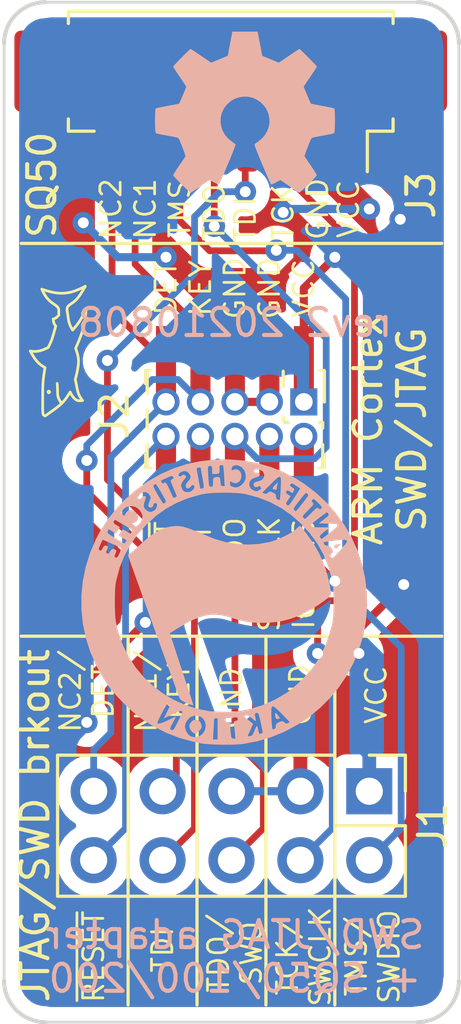
<source format=kicad_pcb>
(kicad_pcb (version 20171130) (host pcbnew 5.1.10)

  (general
    (thickness 1.6)
    (drawings 121)
    (tracks 122)
    (zones 0)
    (modules 6)
    (nets 10)
  )

  (page A4)
  (layers
    (0 F.Cu signal)
    (31 B.Cu signal)
    (32 B.Adhes user)
    (33 F.Adhes user)
    (34 B.Paste user)
    (35 F.Paste user)
    (36 B.SilkS user)
    (37 F.SilkS user)
    (38 B.Mask user)
    (39 F.Mask user)
    (40 Dwgs.User user hide)
    (41 Cmts.User user)
    (42 Eco1.User user)
    (43 Eco2.User user)
    (44 Edge.Cuts user)
    (45 Margin user)
    (46 B.CrtYd user)
    (47 F.CrtYd user)
    (48 B.Fab user)
    (49 F.Fab user hide)
  )

  (setup
    (last_trace_width 0.25)
    (trace_clearance 0.2)
    (zone_clearance 0.508)
    (zone_45_only no)
    (trace_min 0.2)
    (via_size 0.8)
    (via_drill 0.4)
    (via_min_size 0.4)
    (via_min_drill 0.3)
    (uvia_size 0.3)
    (uvia_drill 0.1)
    (uvias_allowed no)
    (uvia_min_size 0.2)
    (uvia_min_drill 0.1)
    (edge_width 0.05)
    (segment_width 0.2)
    (pcb_text_width 0.3)
    (pcb_text_size 1.5 1.5)
    (mod_edge_width 0.12)
    (mod_text_size 1 1)
    (mod_text_width 0.15)
    (pad_size 2.1 3)
    (pad_drill 0)
    (pad_to_mask_clearance 0)
    (aux_axis_origin 0 0)
    (visible_elements FFFFFF7F)
    (pcbplotparams
      (layerselection 0x010fc_ffffffff)
      (usegerberextensions false)
      (usegerberattributes true)
      (usegerberadvancedattributes true)
      (creategerberjobfile true)
      (excludeedgelayer true)
      (linewidth 0.100000)
      (plotframeref false)
      (viasonmask false)
      (mode 1)
      (useauxorigin false)
      (hpglpennumber 1)
      (hpglpenspeed 20)
      (hpglpendiameter 15.000000)
      (psnegative false)
      (psa4output false)
      (plotreference true)
      (plotvalue true)
      (plotinvisibletext false)
      (padsonsilk false)
      (subtractmaskfromsilk false)
      (outputformat 1)
      (mirror false)
      (drillshape 0)
      (scaleselection 1)
      (outputdirectory "gerber/"))
  )

  (net 0 "")
  (net 1 /~RESET~)
  (net 2 /UNK2_GNDdetect)
  (net 3 /TDI)
  (net 4 /UNK1_KEY)
  (net 5 /SWO_TDO)
  (net 6 /GND)
  (net 7 /SWCLK_TCK)
  (net 8 /SWDIO_TMS)
  (net 9 /VCC)

  (net_class Default "This is the default net class."
    (clearance 0.2)
    (trace_width 0.25)
    (via_dia 0.8)
    (via_drill 0.4)
    (uvia_dia 0.3)
    (uvia_drill 0.1)
    (add_net /SWCLK_TCK)
    (add_net /SWDIO_TMS)
    (add_net /SWO_TDO)
    (add_net /TDI)
    (add_net /UNK1_KEY)
    (add_net /UNK2_GNDdetect)
    (add_net /~RESET~)
  )

  (net_class GND ""
    (clearance 0.2)
    (trace_width 0.3)
    (via_dia 0.8)
    (via_drill 0.4)
    (uvia_dia 0.3)
    (uvia_drill 0.1)
    (add_net /GND)
  )

  (net_class VCC ""
    (clearance 0.2)
    (trace_width 0.3)
    (via_dia 0.8)
    (via_drill 0.4)
    (uvia_dia 0.3)
    (uvia_drill 0.1)
    (add_net /VCC)
  )

  (module "lethalbit-graphics:Antifaschistische Aktion_100dpi" (layer B.Cu) (tedit 5ED55DB4) (tstamp 610FDDD6)
    (at 155.194 82.931 180)
    (fp_text reference G1 (at 0 0 180) (layer B.SilkS) hide
      (effects (font (size 1.524 1.524) (thickness 0.3)) (justify mirror))
    )
    (fp_text value LOGO (at 0.75 0 180) (layer B.SilkS) hide
      (effects (font (size 1.524 1.524) (thickness 0.3)) (justify mirror))
    )
    (fp_poly (pts (xy 0.371264 5.234998) (xy 0.89812 5.174968) (xy 1.398803 5.067553) (xy 1.887889 4.908645)
      (xy 2.360752 4.698312) (xy 2.812792 4.440365) (xy 3.239404 4.138615) (xy 3.635988 3.796873)
      (xy 3.997939 3.418949) (xy 4.320657 3.008655) (xy 4.599537 2.569801) (xy 4.741124 2.300111)
      (xy 4.955344 1.796337) (xy 5.115212 1.281964) (xy 5.221048 0.760426) (xy 5.27317 0.235161)
      (xy 5.271898 -0.290398) (xy 5.217553 -0.812815) (xy 5.110453 -1.328653) (xy 4.950918 -1.834478)
      (xy 4.739267 -2.326854) (xy 4.475821 -2.802346) (xy 4.23316 -3.161236) (xy 4.108515 -3.317264)
      (xy 3.949815 -3.495082) (xy 3.76867 -3.683305) (xy 3.57669 -3.870549) (xy 3.385488 -4.04543)
      (xy 3.206673 -4.196564) (xy 3.076053 -4.295764) (xy 2.61549 -4.58961) (xy 2.137312 -4.831462)
      (xy 1.636733 -5.023327) (xy 1.108965 -5.167217) (xy 0.897779 -5.2102) (xy 0.73876 -5.232324)
      (xy 0.53777 -5.249117) (xy 0.30905 -5.260369) (xy 0.06684 -5.265874) (xy -0.174618 -5.265422)
      (xy -0.401085 -5.258806) (xy -0.59832 -5.245817) (xy -0.705556 -5.233653) (xy -1.23149 -5.131764)
      (xy -1.737759 -4.979091) (xy -2.08671 -4.834396) (xy -1.40928 -4.834396) (xy -1.408572 -4.836793)
      (xy -1.375339 -4.852441) (xy -1.335776 -4.866007) (xy -1.298097 -4.872578) (xy -1.27252 -4.857423)
      (xy -1.253093 -4.810339) (xy -1.233861 -4.721127) (xy -1.226077 -4.67808) (xy -1.209294 -4.614103)
      (xy -1.19063 -4.58526) (xy -1.185904 -4.585758) (xy -1.165527 -4.617321) (xy -1.133716 -4.686429)
      (xy -1.101486 -4.767366) (xy -1.056371 -4.871448) (xy -1.014439 -4.928892) (xy -0.977876 -4.947567)
      (xy -0.892021 -4.96182) (xy -0.852096 -4.961236) (xy -0.846667 -4.954563) (xy -0.857583 -4.924894)
      (xy -0.886676 -4.8567) (xy -0.928467 -4.762704) (xy -0.945445 -4.725262) (xy -0.990333 -4.626095)
      (xy -1.024558 -4.549218) (xy -1.042684 -4.50689) (xy -1.044222 -4.50245) (xy -1.023642 -4.483612)
      (xy -0.96908 -4.439109) (xy -0.8913 -4.377677) (xy -0.871003 -4.361874) (xy -0.808913 -4.311138)
      (xy -0.488071 -4.311138) (xy -0.487393 -4.360467) (xy -0.450623 -4.385831) (xy -0.41698 -4.394059)
      (xy -0.358975 -4.412833) (xy -0.343183 -4.448095) (xy -0.348069 -4.484953) (xy -0.357149 -4.546883)
      (xy -0.36832 -4.646723) (xy -0.379585 -4.766086) (xy -0.382886 -4.805438) (xy -0.402873 -5.051778)
      (xy -0.331496 -5.051778) (xy -0.269307 -5.033815) (xy -0.244599 -4.988278) (xy -0.235306 -4.931679)
      (xy -0.224077 -4.836248) (xy -0.21289 -4.719461) (xy -0.209436 -4.677833) (xy -0.189794 -4.430889)
      (xy -0.109008 -4.430889) (xy -0.050307 -4.422402) (xy -0.02966 -4.386983) (xy -0.028222 -4.360333)
      (xy -0.040324 -4.306753) (xy -0.061676 -4.289778) (xy 0.254 -4.289778) (xy 0.254 -5.08)
      (xy 0.431911 -5.08) (xy 0.413511 -4.779276) (xy 0.405763 -4.643821) (xy 0.401462 -4.556837)
      (xy 0.690191 -4.556837) (xy 0.7084 -4.695117) (xy 0.729698 -4.752794) (xy 0.811434 -4.875907)
      (xy 0.923345 -4.957965) (xy 1.0543 -4.994911) (xy 1.193173 -4.982687) (xy 1.273619 -4.951128)
      (xy 1.345474 -4.889517) (xy 1.409561 -4.793352) (xy 1.453847 -4.684364) (xy 1.466936 -4.602077)
      (xy 1.443354 -4.483124) (xy 1.378827 -4.365168) (xy 1.285738 -4.267696) (xy 1.232217 -4.232662)
      (xy 1.100434 -4.18916) (xy 0.975605 -4.19463) (xy 0.864949 -4.241604) (xy 0.775683 -4.32261)
      (xy 0.715024 -4.430178) (xy 0.690191 -4.556837) (xy 0.401462 -4.556837) (xy 0.399626 -4.519713)
      (xy 0.395885 -4.423847) (xy 0.395111 -4.384165) (xy 0.389242 -4.31928) (xy 0.363258 -4.293526)
      (xy 0.324555 -4.289778) (xy 0.254 -4.289778) (xy -0.061676 -4.289778) (xy -0.0635 -4.288328)
      (xy -0.108231 -4.284618) (xy -0.190709 -4.276332) (xy -0.2871 -4.265922) (xy -0.387311 -4.255847)
      (xy -0.444835 -4.255663) (xy -0.473007 -4.26837) (xy -0.485162 -4.29697) (xy -0.488071 -4.311138)
      (xy -0.808913 -4.311138) (xy -0.78238 -4.289457) (xy -0.736361 -4.241578) (xy -0.728001 -4.212359)
      (xy -0.736948 -4.202555) (xy -0.803483 -4.179352) (xy -0.877079 -4.195869) (xy -0.967673 -4.255304)
      (xy -1.008976 -4.29012) (xy -1.078255 -4.34783) (xy -1.129366 -4.38431) (xy -1.149217 -4.391746)
      (xy -1.1497 -4.359975) (xy -1.137122 -4.293962) (xy -1.129481 -4.263753) (xy -1.111214 -4.169104)
      (xy -1.122355 -4.115513) (xy -1.166335 -4.093925) (xy -1.19448 -4.092222) (xy -1.220738 -4.096587)
      (xy -1.242302 -4.115433) (xy -1.262556 -4.157382) (xy -1.28488 -4.23106) (xy -1.312658 -4.345091)
      (xy -1.338441 -4.459299) (xy -1.367732 -4.595317) (xy -1.390598 -4.710147) (xy -1.405095 -4.793327)
      (xy -1.40928 -4.834396) (xy -2.08671 -4.834396) (xy -2.221523 -4.778495) (xy -2.679942 -4.532839)
      (xy -2.829298 -4.43291) (xy -2.398889 -4.43291) (xy -2.376315 -4.455934) (xy -2.331043 -4.480964)
      (xy -2.271912 -4.4964) (xy -2.225449 -4.469566) (xy -2.21378 -4.457271) (xy -2.164688 -4.415576)
      (xy -2.111189 -4.406557) (xy -2.035895 -4.429663) (xy -1.990624 -4.450227) (xy -1.923336 -4.490495)
      (xy -1.895328 -4.537753) (xy -1.890889 -4.589269) (xy -1.882971 -4.654352) (xy -1.84904 -4.689314)
      (xy -1.77459 -4.709837) (xy -1.762529 -4.686182) (xy -1.749235 -4.621527) (xy -1.739976 -4.550833)
      (xy -1.731311 -4.443797) (xy -1.723758 -4.306434) (xy -1.718696 -4.164861) (xy -1.718055 -4.135807)
      (xy -1.717663 -4.000889) (xy -1.725642 -3.908454) (xy -1.746777 -3.858307) (xy -1.78585 -3.850255)
      (xy -1.847645 -3.884104) (xy -1.936945 -3.959659) (xy -2.058535 -4.076727) (xy -2.102335 -4.120224)
      (xy -2.206386 -4.225016) (xy -2.294479 -4.315825) (xy -2.359599 -4.385254) (xy -2.394731 -4.425905)
      (xy -2.398889 -4.43291) (xy -2.829298 -4.43291) (xy -3.110177 -4.244985) (xy -3.509389 -3.917795)
      (xy -3.874737 -3.554132) (xy -4.203383 -3.156857) (xy -4.492487 -2.728833) (xy -4.739209 -2.272922)
      (xy -4.94071 -1.791986) (xy -5.09415 -1.288888) (xy -5.196691 -0.766489) (xy -5.206167 -0.697054)
      (xy -5.248593 -0.156599) (xy -5.245305 -0.014111) (xy -4.021258 -0.014111) (xy -4.019998 -0.234682)
      (xy -4.015737 -0.410003) (xy -4.007746 -0.551224) (xy -3.9953 -0.669493) (xy -3.977672 -0.775959)
      (xy -3.968854 -0.818444) (xy -3.838636 -1.291786) (xy -3.659541 -1.739212) (xy -3.428752 -2.167367)
      (xy -3.335026 -2.314222) (xy -3.2167 -2.473921) (xy -3.063897 -2.65282) (xy -2.88878 -2.838762)
      (xy -2.703512 -3.019591) (xy -2.520256 -3.183148) (xy -2.351173 -3.317278) (xy -2.286 -3.362782)
      (xy -1.864325 -3.610468) (xy -1.42494 -3.807499) (xy -0.972796 -3.951992) (xy -0.512843 -4.042064)
      (xy -0.493889 -4.044569) (xy -0.389995 -4.052939) (xy -0.245063 -4.057861) (xy -0.074388 -4.059495)
      (xy 0.10674 -4.057997) (xy 0.283027 -4.053525) (xy 0.439181 -4.046236) (xy 0.488621 -4.042163)
      (xy 1.552302 -4.042163) (xy 1.553168 -4.070345) (xy 1.570723 -4.120586) (xy 1.607406 -4.200862)
      (xy 1.665652 -4.31915) (xy 1.708296 -4.404366) (xy 1.781553 -4.548996) (xy 1.835776 -4.648867)
      (xy 1.876698 -4.709944) (xy 1.910051 -4.73819) (xy 1.941567 -4.739566) (xy 1.976977 -4.720038)
      (xy 1.997172 -4.704888) (xy 2.009242 -4.679129) (xy 1.998483 -4.630612) (xy 1.961889 -4.550268)
      (xy 1.919561 -4.470723) (xy 1.86764 -4.374521) (xy 1.828232 -4.298459) (xy 1.807741 -4.255015)
      (xy 1.806222 -4.249913) (xy 1.829831 -4.25576) (xy 1.894005 -4.282375) (xy 1.988768 -4.325395)
      (xy 2.09682 -4.376899) (xy 2.25442 -4.448578) (xy 2.368597 -4.488679) (xy 2.442314 -4.497777)
      (xy 2.478539 -4.476448) (xy 2.483555 -4.452078) (xy 2.471032 -4.417453) (xy 2.436749 -4.343295)
      (xy 2.385643 -4.239802) (xy 2.322647 -4.117176) (xy 2.308533 -4.09026) (xy 2.236992 -3.955829)
      (xy 2.185465 -3.864662) (xy 2.148488 -3.809657) (xy 2.120597 -3.783713) (xy 2.096326 -3.779728)
      (xy 2.0757 -3.787652) (xy 2.026895 -3.814039) (xy 2.00905 -3.825013) (xy 2.016936 -3.851645)
      (xy 2.045451 -3.916863) (xy 2.089383 -4.009074) (xy 2.115477 -4.061635) (xy 2.230744 -4.290889)
      (xy 1.944205 -4.147097) (xy 1.795144 -4.075982) (xy 1.687706 -4.033668) (xy 1.616235 -4.018119)
      (xy 1.590893 -4.020064) (xy 1.56569 -4.028061) (xy 1.552302 -4.042163) (xy 0.488621 -4.042163)
      (xy 0.559911 -4.03629) (xy 0.582304 -4.03347) (xy 1.03697 -3.942549) (xy 1.474755 -3.800452)
      (xy 1.891674 -3.610494) (xy 2.283742 -3.375991) (xy 2.646973 -3.100259) (xy 2.977383 -2.786613)
      (xy 3.270987 -2.438369) (xy 3.523799 -2.058843) (xy 3.731834 -1.65135) (xy 3.865078 -1.302152)
      (xy 3.927136 -1.103265) (xy 3.973895 -0.928369) (xy 4.007385 -0.763278) (xy 4.029637 -0.593805)
      (xy 4.042682 -0.405766) (xy 4.048551 -0.184974) (xy 4.04948 -0.014111) (xy 4.04822 0.20646)
      (xy 4.043959 0.381781) (xy 4.035968 0.523002) (xy 4.023522 0.641271) (xy 4.005894 0.747737)
      (xy 3.997075 0.790222) (xy 3.870623 1.255956) (xy 3.701241 1.68706) (xy 3.544349 1.980002)
      (xy 3.806348 1.980002) (xy 3.808192 1.946937) (xy 3.830052 1.877995) (xy 3.867208 1.788036)
      (xy 3.867624 1.787116) (xy 3.912961 1.69344) (xy 3.947203 1.642841) (xy 3.978882 1.625473)
      (xy 4.005332 1.62813) (xy 4.05222 1.649001) (xy 4.064 1.664956) (xy 4.053975 1.702797)
      (xy 4.029137 1.769544) (xy 4.021696 1.787688) (xy 3.996644 1.854665) (xy 3.997322 1.890089)
      (xy 4.025571 1.91355) (xy 4.033952 1.918134) (xy 4.108451 1.944608) (xy 4.162823 1.925558)
      (xy 4.209945 1.855938) (xy 4.214008 1.84757) (xy 4.248794 1.784629) (xy 4.279119 1.764999)
      (xy 4.318013 1.778007) (xy 4.356551 1.799567) (xy 4.370072 1.821068) (xy 4.360307 1.860629)
      (xy 4.332363 1.928266) (xy 4.3104 1.994936) (xy 4.307889 2.036022) (xy 4.311196 2.04025)
      (xy 4.381609 2.069418) (xy 4.429926 2.059023) (xy 4.472763 2.002851) (xy 4.48808 1.974092)
      (xy 4.526747 1.905858) (xy 4.557212 1.880125) (xy 4.593011 1.887304) (xy 4.603259 1.892515)
      (xy 4.642909 1.92868) (xy 4.647237 1.956553) (xy 4.586317 2.100703) (xy 4.542678 2.198827)
      (xy 4.51315 2.25751) (xy 4.494566 2.283338) (xy 4.488722 2.286) (xy 4.455235 2.274924)
      (xy 4.38284 2.24534) (xy 4.28373 2.202715) (xy 4.170098 2.152517) (xy 4.054137 2.100214)
      (xy 3.948038 2.051273) (xy 3.863994 2.011162) (xy 3.814197 1.985347) (xy 3.806348 1.980002)
      (xy 3.544349 1.980002) (xy 3.486248 2.088484) (xy 3.22296 2.465175) (xy 3.071184 2.637544)
      (xy 3.391435 2.637544) (xy 3.393753 2.608528) (xy 3.419519 2.562396) (xy 3.453203 2.522857)
      (xy 3.473823 2.511778) (xy 3.513081 2.52654) (xy 3.577893 2.563672) (xy 3.606382 2.582333)
      (xy 3.676866 2.62551) (xy 3.731022 2.650447) (xy 3.743208 2.652889) (xy 3.771604 2.632536)
      (xy 3.812665 2.583378) (xy 3.854101 2.52327) (xy 3.883621 2.470065) (xy 3.888934 2.441617)
      (xy 3.888758 2.441463) (xy 3.862125 2.424115) (xy 3.802617 2.386876) (xy 3.753555 2.356556)
      (xy 3.680591 2.311283) (xy 3.63035 2.279409) (xy 3.617213 2.270509) (xy 3.619819 2.241963)
      (xy 3.644962 2.19571) (xy 3.677351 2.155936) (xy 3.696628 2.144889) (xy 3.72951 2.159054)
      (xy 3.799451 2.197536) (xy 3.895908 2.254317) (xy 3.999024 2.317553) (xy 4.135268 2.402963)
      (xy 4.229936 2.464634) (xy 4.289341 2.508702) (xy 4.319796 2.541305) (xy 4.327615 2.568577)
      (xy 4.319112 2.596655) (xy 4.308029 2.617866) (xy 4.273408 2.68162) (xy 4.141374 2.597886)
      (xy 4.009339 2.514152) (xy 3.939885 2.630622) (xy 3.87043 2.747092) (xy 3.996427 2.826997)
      (xy 4.06907 2.876617) (xy 4.100792 2.912014) (xy 4.100384 2.945701) (xy 4.092219 2.96334)
      (xy 4.05801 3.007974) (xy 4.035535 3.019778) (xy 4.006071 3.006107) (xy 3.939792 2.96955)
      (xy 3.847961 2.916792) (xy 3.741843 2.854516) (xy 3.6327 2.789408) (xy 3.531797 2.728152)
      (xy 3.450398 2.677431) (xy 3.399765 2.64393) (xy 3.391435 2.637544) (xy 3.071184 2.637544)
      (xy 2.908694 2.82208) (xy 2.878757 2.852455) (xy 2.56751 3.134551) (xy 3.019778 3.134551)
      (xy 3.041517 3.025873) (xy 3.097617 2.914591) (xy 3.174403 2.827738) (xy 3.175386 2.826961)
      (xy 3.239145 2.780878) (xy 3.281576 2.772033) (xy 3.324734 2.801555) (xy 3.358444 2.836333)
      (xy 3.424728 2.906889) (xy 3.363364 2.906889) (xy 3.297917 2.926209) (xy 3.245555 2.963333)
      (xy 3.196551 3.047722) (xy 3.193264 3.145315) (xy 3.231993 3.242041) (xy 3.309041 3.323827)
      (xy 3.346564 3.347508) (xy 3.453828 3.379672) (xy 3.548996 3.358269) (xy 3.624649 3.285531)
      (xy 3.639793 3.259294) (xy 3.671383 3.198408) (xy 3.690168 3.16357) (xy 3.690839 3.162457)
      (xy 3.713552 3.170993) (xy 3.757664 3.208909) (xy 3.759632 3.210867) (xy 3.799962 3.259663)
      (xy 3.801054 3.302879) (xy 3.781027 3.345736) (xy 3.696282 3.449385) (xy 3.581855 3.512923)
      (xy 3.450231 3.533762) (xy 3.313894 3.509315) (xy 3.219631 3.462093) (xy 3.126461 3.377448)
      (xy 3.056233 3.270165) (xy 3.021465 3.160756) (xy 3.019778 3.134551) (xy 2.56751 3.134551)
      (xy 2.532321 3.166444) (xy 2.165128 3.430796) (xy 1.927498 3.56228) (xy 2.483555 3.56228)
      (xy 2.509374 3.455) (xy 2.577991 3.367803) (xy 2.676145 3.314177) (xy 2.737555 3.303895)
      (xy 2.788428 3.31673) (xy 2.858647 3.350466) (xy 2.870854 3.357675) (xy 2.954108 3.43649)
      (xy 2.986239 3.536567) (xy 2.96508 3.651074) (xy 2.964415 3.6527) (xy 2.933639 3.741751)
      (xy 2.914213 3.819485) (xy 2.909519 3.875529) (xy 2.931961 3.892609) (xy 2.966123 3.890041)
      (xy 3.030838 3.858753) (xy 3.061993 3.821096) (xy 3.09607 3.779402) (xy 3.147595 3.782552)
      (xy 3.156995 3.785861) (xy 3.222479 3.810085) (xy 3.169093 3.901765) (xy 3.09026 3.99514)
      (xy 2.996695 4.042772) (xy 2.899994 4.044204) (xy 2.811749 3.998978) (xy 2.74929 3.918293)
      (xy 2.726299 3.864304) (xy 2.724764 3.815601) (xy 2.746366 3.749718) (xy 2.765176 3.706009)
      (xy 2.803851 3.592175) (xy 2.802931 3.516186) (xy 2.762673 3.479181) (xy 2.713966 3.476748)
      (xy 2.655029 3.497506) (xy 2.631247 3.55253) (xy 2.629847 3.563056) (xy 2.611651 3.621391)
      (xy 2.565776 3.640251) (xy 2.552236 3.640667) (xy 2.50169 3.630123) (xy 2.484445 3.587304)
      (xy 2.483555 3.56228) (xy 1.927498 3.56228) (xy 1.77224 3.648186) (xy 1.661552 3.693427)
      (xy 2.160975 3.693427) (xy 2.167771 3.669454) (xy 2.187309 3.651225) (xy 2.187611 3.651003)
      (xy 2.236786 3.620581) (xy 2.259884 3.612445) (xy 2.280227 3.63561) (xy 2.322327 3.699095)
      (xy 2.380521 3.793882) (xy 2.449148 3.910953) (xy 2.467662 3.943333) (xy 2.54305 4.077181)
      (xy 2.593001 4.170857) (xy 2.620722 4.232826) (xy 2.629419 4.271551) (xy 2.6223 4.295498)
      (xy 2.606667 4.310222) (xy 2.558242 4.339375) (xy 2.536816 4.346222) (xy 2.515858 4.323167)
      (xy 2.472853 4.259995) (xy 2.413588 4.165695) (xy 2.343846 4.049257) (xy 2.325538 4.017892)
      (xy 2.249201 3.885375) (xy 2.198473 3.79283) (xy 2.170137 3.7317) (xy 2.160975 3.693427)
      (xy 1.661552 3.693427) (xy 1.348718 3.82129) (xy 1.139264 3.881282) (xy 1.755565 3.881282)
      (xy 1.811259 3.848092) (xy 1.865532 3.829825) (xy 1.892851 3.832924) (xy 1.910297 3.865342)
      (xy 1.944934 3.937867) (xy 1.991322 4.0389) (xy 2.031583 4.128725) (xy 2.096018 4.266044)
      (xy 2.144898 4.351943) (xy 2.179694 4.388819) (xy 2.191898 4.389781) (xy 2.253718 4.364637)
      (xy 2.269339 4.358292) (xy 2.308947 4.367439) (xy 2.32836 4.402753) (xy 2.339791 4.453865)
      (xy 2.337966 4.472293) (xy 2.309435 4.487351) (xy 2.242661 4.519102) (xy 2.15095 4.561247)
      (xy 2.131278 4.570147) (xy 2.030915 4.61428) (xy 1.968849 4.63639) (xy 1.932352 4.638582)
      (xy 1.908695 4.62296) (xy 1.897473 4.608812) (xy 1.876038 4.564053) (xy 1.900222 4.529865)
      (xy 1.90803 4.523961) (xy 1.958766 4.491397) (xy 1.980877 4.480856) (xy 1.980333 4.45344)
      (xy 1.959597 4.385388) (xy 1.922314 4.287232) (xy 1.87683 4.180069) (xy 1.8261 4.063564)
      (xy 1.786204 3.967913) (xy 1.761412 3.903635) (xy 1.755565 3.881282) (xy 1.139264 3.881282)
      (xy 0.889624 3.952784) (xy 0.818444 3.968854) (xy 0.662246 3.993759) (xy 0.464274 4.011426)
      (xy 0.238734 4.021855) (xy -0.000168 4.025045) (xy -0.238229 4.020996) (xy -0.461243 4.00971)
      (xy -0.655004 3.991184) (xy -0.790222 3.968854) (xy -1.256474 3.842261) (xy -1.687866 3.672812)
      (xy -2.088995 3.458011) (xy -2.46446 3.195364) (xy -2.818859 2.882376) (xy -2.850765 2.850765)
      (xy -3.166027 2.501951) (xy -3.430609 2.134969) (xy -3.64761 1.744108) (xy -3.820128 1.323661)
      (xy -3.951261 0.867918) (xy -3.968854 0.790222) (xy -3.988797 0.685367) (xy -4.003263 0.573244)
      (xy -4.012978 0.442703) (xy -4.018668 0.282596) (xy -4.021061 0.081775) (xy -4.021258 -0.014111)
      (xy -5.245305 -0.014111) (xy -5.236271 0.37727) (xy -5.170799 0.901297) (xy -5.053776 1.412228)
      (xy -4.886798 1.90681) (xy -4.731739 2.248836) (xy -4.514794 2.248836) (xy -4.504912 2.19477)
      (xy -4.45048 2.111969) (xy -4.353306 1.996312) (xy -4.242282 1.87329) (xy -4.134617 1.756454)
      (xy -4.057901 1.676727) (xy -4.005677 1.628947) (xy -3.971489 1.607953) (xy -3.948881 1.608582)
      (xy -3.931837 1.625066) (xy -3.901726 1.679775) (xy -3.894667 1.708465) (xy -3.913826 1.750276)
      (xy -3.950679 1.79172) (xy -3.983984 1.825392) (xy -3.991226 1.85613) (xy -3.971759 1.903735)
      (xy -3.945482 1.951316) (xy -3.898703 2.021849) (xy -3.851569 2.053453) (xy -3.791685 2.060222)
      (xy -3.709553 2.076173) (xy -3.667595 2.119084) (xy -3.649876 2.171304) (xy -3.65417 2.196021)
      (xy -3.687306 2.205554) (xy -3.766018 2.219416) (xy -3.879753 2.235991) (xy -4.017956 2.253664)
      (xy -4.072734 2.260106) (xy -4.259098 2.2798) (xy -4.393693 2.287232) (xy -4.478323 2.278284)
      (xy -4.514794 2.248836) (xy -4.731739 2.248836) (xy -4.671464 2.381789) (xy -4.421588 2.812837)
      (xy -4.17477 2.812837) (xy -4.138618 2.758724) (xy -4.054584 2.68081) (xy -3.923917 2.574416)
      (xy -3.902922 2.557734) (xy -3.791191 2.469855) (xy -3.695561 2.396119) (xy -3.624502 2.342947)
      (xy -3.586488 2.31676) (xy -3.582811 2.315126) (xy -3.55204 2.331596) (xy -3.533422 2.348089)
      (xy -3.506755 2.385643) (xy -3.508997 2.424867) (xy -3.545232 2.473887) (xy -3.620543 2.540828)
      (xy -3.686721 2.593066) (xy -3.873887 2.737556) (xy -3.549066 2.737556) (xy -3.40091 2.739097)
      (xy -3.299476 2.744499) (xy -3.235103 2.754934) (xy -3.198133 2.771571) (xy -3.187936 2.781305)
      (xy -3.166317 2.823798) (xy -3.191536 2.861251) (xy -3.246659 2.908025) (xy -3.327658 2.972868)
      (xy -3.424132 3.047913) (xy -3.525683 3.125294) (xy -3.621913 3.197145) (xy -3.702422 3.2556)
      (xy -3.756811 3.292792) (xy -3.774181 3.302) (xy -3.804789 3.280827) (xy -3.831395 3.246001)
      (xy -3.844411 3.215553) (xy -3.836983 3.184869) (xy -3.802057 3.144595) (xy -3.732582 3.085379)
      (xy -3.677146 3.04139) (xy -3.487925 2.892778) (xy -3.815564 2.88485) (xy -3.983436 2.879155)
      (xy -4.098429 2.868374) (xy -4.16179 2.847827) (xy -4.17477 2.812837) (xy -4.421588 2.812837)
      (xy -4.409372 2.83391) (xy -4.10212 3.25992) (xy -3.904967 3.482829) (xy -3.587911 3.482829)
      (xy -3.579836 3.455763) (xy -3.564891 3.437343) (xy -3.526722 3.402881) (xy -3.494141 3.410161)
      (xy -3.465465 3.434312) (xy -3.440035 3.45334) (xy -3.413844 3.456241) (xy -3.378218 3.437588)
      (xy -3.324485 3.391957) (xy -3.243972 3.313925) (xy -3.195106 3.265207) (xy -3.105573 3.177144)
      (xy -3.03068 3.106233) (xy -2.979275 3.060679) (xy -2.96088 3.048) (xy -2.930975 3.066544)
      (xy -2.897874 3.098813) (xy -2.87993 3.123974) (xy -2.878981 3.150928) (xy -2.900567 3.188417)
      (xy -2.950224 3.24518) (xy -3.033493 3.32996) (xy -3.062834 3.359162) (xy -3.149981 3.448651)
      (xy -3.219601 3.525705) (xy -3.263221 3.5806) (xy -3.273778 3.601227) (xy -3.254128 3.644805)
      (xy -3.230733 3.66948) (xy -3.203466 3.701337) (xy -3.216201 3.73539) (xy -3.235987 3.758575)
      (xy -3.261787 3.782873) (xy -3.287546 3.787401) (xy -3.323753 3.766791) (xy -3.380898 3.715675)
      (xy -3.447726 3.650211) (xy -3.527643 3.569539) (xy -3.572443 3.51725) (xy -3.587911 3.482829)
      (xy -3.904967 3.482829) (xy -3.751306 3.656564) (xy -3.448858 3.936872) (xy -3.086109 3.936872)
      (xy -3.078456 3.904692) (xy -3.049927 3.855827) (xy -2.996369 3.781954) (xy -2.913628 3.674752)
      (xy -2.878135 3.629263) (xy -2.790961 3.51937) (xy -2.715551 3.427646) (xy -2.658859 3.362301)
      (xy -2.627836 3.331545) (xy -2.624945 3.330222) (xy -2.592811 3.348975) (xy -2.56129 3.379611)
      (xy -2.546236 3.402509) (xy -2.545152 3.430212) (xy -2.562446 3.470662) (xy -2.602521 3.531803)
      (xy -2.669784 3.621577) (xy -2.758312 3.734821) (xy -2.854321 3.856197) (xy -2.92211 3.938849)
      (xy -2.968374 3.988403) (xy -2.999809 4.010486) (xy -3.02311 4.010722) (xy -3.044972 3.994739)
      (xy -3.055405 3.984472) (xy -3.077041 3.960691) (xy -3.086109 3.936872) (xy -3.448858 3.936872)
      (xy -3.358528 4.020589) (xy -3.153192 4.176152) (xy -2.794243 4.176152) (xy -2.719202 4.056576)
      (xy -2.667047 3.975234) (xy -2.596667 3.867767) (xy -2.521554 3.75474) (xy -2.50629 3.731998)
      (xy -2.438184 3.633481) (xy -2.391372 3.575369) (xy -2.357475 3.550051) (xy -2.328111 3.549918)
      (xy -2.313098 3.556602) (xy -2.268972 3.591858) (xy -2.257778 3.615408) (xy -2.272726 3.653635)
      (xy -2.311026 3.719889) (xy -2.342628 3.767933) (xy -2.427478 3.891259) (xy -2.342628 3.941381)
      (xy -2.277531 3.989679) (xy -2.260958 4.036182) (xy -2.283562 4.089243) (xy -2.308171 4.109818)
      (xy -2.348685 4.100655) (xy -2.40562 4.068561) (xy -2.502759 4.008526) (xy -2.541604 4.081109)
      (xy -2.565343 4.135903) (xy -2.556444 4.165353) (xy -2.539058 4.177469) (xy -2.483654 4.213316)
      (xy -2.441222 4.243787) (xy -2.402783 4.278969) (xy -2.409049 4.309076) (xy -2.432934 4.335201)
      (xy -2.461798 4.359208) (xy -2.4927 4.362923) (xy -2.539406 4.342643) (xy -2.615684 4.294664)
      (xy -2.637666 4.280113) (xy -2.794243 4.176152) (xy -3.153192 4.176152) (xy -2.925383 4.34874)
      (xy -2.724286 4.4772) (xy -2.082735 4.4772) (xy -2.080741 4.334978) (xy -2.073749 4.179877)
      (xy -2.065845 4.032641) (xy -2.057706 3.905818) (xy -2.05011 3.809934) (xy -2.043836 3.755513)
      (xy -2.041789 3.747564) (xy -2.01085 3.743006) (xy -1.960437 3.75915) (xy -1.907792 3.800231)
      (xy -1.891056 3.869519) (xy -1.890889 3.8808) (xy -1.883418 3.941679) (xy -1.851331 3.982295)
      (xy -1.780115 4.02071) (xy -1.777545 4.021872) (xy -1.705669 4.052102) (xy -1.662802 4.057596)
      (xy -1.62677 4.037415) (xy -1.601156 4.014404) (xy -1.547204 3.975333) (xy -1.494753 3.975785)
      (xy -1.459691 3.988746) (xy -1.38127 4.021667) (xy -1.687121 4.326243) (xy -1.824957 4.46211)
      (xy -1.927798 4.556054) (xy -2.000321 4.606306) (xy -2.047201 4.611094) (xy -2.073114 4.568648)
      (xy -2.082735 4.4772) (xy -2.724286 4.4772) (xy -2.638172 4.532209) (xy -2.42619 4.643656)
      (xy -1.466464 4.643656) (xy -1.441793 4.559286) (xy -1.380121 4.489024) (xy -1.280382 4.444855)
      (xy -1.255889 4.440226) (xy -1.149179 4.414694) (xy -1.090581 4.375184) (xy -1.072448 4.316499)
      (xy -1.072445 4.315537) (xy -1.094904 4.255991) (xy -1.149591 4.227755) (xy -1.217469 4.238519)
      (xy -1.236069 4.249445) (xy -1.282651 4.275311) (xy -1.310233 4.260788) (xy -1.325099 4.235847)
      (xy -1.34968 4.182084) (xy -1.341608 4.149549) (xy -1.292884 4.117012) (xy -1.277056 4.108365)
      (xy -1.213138 4.076489) (xy -1.165979 4.068487) (xy -1.109206 4.083823) (xy -1.059699 4.103944)
      (xy -0.962489 4.167115) (xy -0.912475 4.25899) (xy -0.903111 4.34124) (xy -0.928504 4.446272)
      (xy -1.004249 4.526465) (xy -1.129699 4.581162) (xy -1.144172 4.585007) (xy -1.152984 4.588124)
      (xy -0.785369 4.588124) (xy -0.777895 4.529251) (xy -0.742052 4.440709) (xy -0.675624 4.349345)
      (xy -0.594517 4.272695) (xy -0.51464 4.2283) (xy -0.502121 4.225183) (xy -0.422466 4.212)
      (xy -0.367926 4.212606) (xy -0.308521 4.228516) (xy -0.286434 4.236094) (xy -0.234317 4.261556)
      (xy -0.007959 4.261556) (xy 0.065175 4.261556) (xy 0.106203 4.265815) (xy 0.130562 4.287351)
      (xy 0.14541 4.339298) (xy 0.157466 4.430889) (xy 0.171043 4.528528) (xy 0.191874 4.580395)
      (xy 0.232201 4.59694) (xy 0.304264 4.588615) (xy 0.335139 4.582583) (xy 0.384382 4.570017)
      (xy 0.410716 4.547613) (xy 0.421308 4.500463) (xy 0.423327 4.41366) (xy 0.423333 4.399139)
      (xy 0.424966 4.306465) (xy 0.433553 4.256851) (xy 0.45463 4.23693) (xy 0.491987 4.233333)
      (xy 0.553409 4.252241) (xy 0.555983 4.255963) (xy 0.765431 4.255963) (xy 0.770063 4.209057)
      (xy 0.786128 4.184133) (xy 0.813749 4.172842) (xy 0.8255 4.170673) (xy 0.8784 4.164378)
      (xy 0.896941 4.164892) (xy 0.904504 4.19267) (xy 0.908172 4.210303) (xy 1.107423 4.210303)
      (xy 1.139078 4.148763) (xy 1.19505 4.09175) (xy 1.267282 4.050404) (xy 1.342096 4.035778)
      (xy 1.42141 4.040989) (xy 1.480402 4.053309) (xy 1.5323 4.097342) (xy 1.57777 4.175134)
      (xy 1.60525 4.264232) (xy 1.608667 4.302406) (xy 1.587895 4.37153) (xy 1.532137 4.457155)
      (xy 1.506515 4.487351) (xy 1.448176 4.557051) (xy 1.425762 4.601827) (xy 1.433571 4.634875)
      (xy 1.439415 4.642655) (xy 1.49033 4.680889) (xy 1.546014 4.668576) (xy 1.584748 4.638661)
      (xy 1.632254 4.608887) (xy 1.673354 4.623655) (xy 1.677015 4.626613) (xy 1.704892 4.676801)
      (xy 1.680197 4.731747) (xy 1.606648 4.784711) (xy 1.495243 4.82297) (xy 1.401876 4.809773)
      (xy 1.318906 4.743925) (xy 1.314842 4.739168) (xy 1.259703 4.657861) (xy 1.247944 4.585983)
      (xy 1.280899 4.509274) (xy 1.343664 4.431165) (xy 1.405521 4.354525) (xy 1.430623 4.296933)
      (xy 1.427793 4.247639) (xy 1.393817 4.190534) (xy 1.340091 4.180238) (xy 1.278278 4.216663)
      (xy 1.250421 4.248972) (xy 1.19531 4.300749) (xy 1.149289 4.302397) (xy 1.108141 4.265228)
      (xy 1.107423 4.210303) (xy 0.908172 4.210303) (xy 0.919719 4.265802) (xy 0.940566 4.374034)
      (xy 0.965028 4.507109) (xy 0.972177 4.547016) (xy 0.996386 4.684944) (xy 1.016027 4.800772)
      (xy 1.029426 4.88431) (xy 1.034907 4.925366) (xy 1.034791 4.927863) (xy 0.992688 4.942724)
      (xy 0.935232 4.95144) (xy 0.888075 4.951388) (xy 0.874889 4.944208) (xy 0.870102 4.908204)
      (xy 0.85713 4.829033) (xy 0.838052 4.71903) (xy 0.818873 4.612059) (xy 0.789961 4.449116)
      (xy 0.772105 4.3332) (xy 0.765431 4.255963) (xy 0.555983 4.255963) (xy 0.574492 4.282722)
      (xy 0.581558 4.329566) (xy 0.59027 4.419413) (xy 0.599471 4.538894) (xy 0.60723 4.660991)
      (xy 0.614805 4.801511) (xy 0.617581 4.895772) (xy 0.614401 4.953841) (xy 0.604108 4.985785)
      (xy 0.585545 5.001672) (xy 0.56731 5.008535) (xy 0.505668 5.016884) (xy 0.469583 4.988711)
      (xy 0.453668 4.916758) (xy 0.451555 4.852557) (xy 0.451555 4.713111) (xy 0.355086 4.713111)
      (xy 0.258079 4.718016) (xy 0.205947 4.7404) (xy 0.187436 4.79177) (xy 0.191027 4.880872)
      (xy 0.196114 4.964553) (xy 0.186962 5.009207) (xy 0.158297 5.031536) (xy 0.141577 5.037519)
      (xy 0.083447 5.043945) (xy 0.055565 5.033415) (xy 0.045435 4.997679) (xy 0.034266 4.916817)
      (xy 0.023287 4.8021) (xy 0.013732 4.6648) (xy 0.012093 4.6355) (xy -0.007959 4.261556)
      (xy -0.234317 4.261556) (xy -0.224825 4.266193) (xy -0.200762 4.312343) (xy -0.197556 4.364695)
      (xy -0.199857 4.428467) (xy -0.214131 4.445264) (xy -0.251432 4.424545) (xy -0.26028 4.418378)
      (xy -0.362433 4.375254) (xy -0.461665 4.383112) (xy -0.545105 4.439093) (xy -0.5796 4.489352)
      (xy -0.61497 4.60111) (xy -0.609754 4.705631) (xy -0.571035 4.793405) (xy -0.505894 4.854924)
      (xy -0.421413 4.880679) (xy -0.324676 4.86116) (xy -0.308589 4.853229) (xy -0.26744 4.839346)
      (xy -0.254829 4.868583) (xy -0.254432 4.888507) (xy -0.276486 4.975584) (xy -0.33865 5.025379)
      (xy -0.437039 5.035971) (xy -0.52098 5.020267) (xy -0.63515 4.96136) (xy -0.721297 4.862006)
      (xy -0.773383 4.733748) (xy -0.785369 4.588124) (xy -1.152984 4.588124) (xy -1.245962 4.62101)
      (xy -1.291808 4.663234) (xy -1.293944 4.670478) (xy -1.28242 4.727129) (xy -1.231142 4.757641)
      (xy -1.167109 4.755926) (xy -1.108892 4.761524) (xy -1.089407 4.786414) (xy -1.082865 4.841237)
      (xy -1.119221 4.871862) (xy -1.203845 4.882347) (xy -1.216504 4.882445) (xy -1.329156 4.861526)
      (xy -1.409078 4.806764) (xy -1.455203 4.730144) (xy -1.466464 4.643656) (xy -2.42619 4.643656)
      (xy -2.181433 4.772334) (xy -1.69962 4.964209) (xy -1.19809 5.107123) (xy -0.682195 5.200366)
      (xy -0.157292 5.243227) (xy 0.371264 5.234998)) (layer B.SilkS) (width 0.01))
    (fp_poly (pts (xy 1.143403 -4.368098) (xy 1.227959 -4.436383) (xy 1.278376 -4.509338) (xy 1.292652 -4.577509)
      (xy 1.287865 -4.626883) (xy 1.255936 -4.713241) (xy 1.197491 -4.790796) (xy 1.127947 -4.84251)
      (xy 1.082159 -4.854222) (xy 1.037938 -4.835417) (xy 0.974397 -4.787582) (xy 0.939051 -4.754695)
      (xy 0.879018 -4.688656) (xy 0.853344 -4.635984) (xy 0.852893 -4.574075) (xy 0.856348 -4.550084)
      (xy 0.895411 -4.441792) (xy 0.964134 -4.372959) (xy 1.050727 -4.347192) (xy 1.143403 -4.368098)) (layer B.SilkS) (width 0.01))
    (fp_poly (pts (xy -1.865904 -4.129739) (xy -1.86548 -4.154056) (xy -1.877947 -4.257889) (xy -1.906187 -4.311539)
      (xy -1.953362 -4.319841) (xy -1.970534 -4.314645) (xy -2.036067 -4.290092) (xy -1.976275 -4.206122)
      (xy -1.917072 -4.131141) (xy -1.880895 -4.105969) (xy -1.865904 -4.129739)) (layer B.SilkS) (width 0.01))
    (fp_poly (pts (xy -3.807608 -0.006316) (xy -3.609426 -0.154447) (xy -3.386094 -0.305009) (xy -3.15926 -0.444088)
      (xy -2.950573 -0.557768) (xy -2.946729 -0.559689) (xy -2.61718 -0.707138) (xy -2.298889 -0.812181)
      (xy -1.975117 -0.87869) (xy -1.629123 -0.910532) (xy -1.411111 -0.914638) (xy -1.181853 -0.909776)
      (xy -0.980647 -0.895146) (xy -0.789774 -0.867886) (xy -0.591519 -0.825133) (xy -0.368165 -0.764024)
      (xy -0.241172 -0.725577) (xy -0.076095 -0.676231) (xy 0.052573 -0.64312) (xy 0.161463 -0.623167)
      (xy 0.267202 -0.613294) (xy 0.381 -0.610444) (xy 0.524352 -0.613305) (xy 0.633725 -0.625707)
      (xy 0.731267 -0.651222) (xy 0.803947 -0.678623) (xy 0.892365 -0.720539) (xy 0.956346 -0.761552)
      (xy 0.980716 -0.790224) (xy 0.972769 -0.823812) (xy 0.947132 -0.905613) (xy 0.905474 -1.030816)
      (xy 0.849465 -1.194615) (xy 0.780776 -1.392199) (xy 0.701075 -1.618762) (xy 0.612034 -1.869494)
      (xy 0.515323 -2.139588) (xy 0.426894 -2.384778) (xy -0.134748 -3.937) (xy -0.286096 -3.94139)
      (xy -0.381535 -3.941457) (xy -0.459123 -3.936805) (xy -0.486833 -3.932265) (xy -0.528739 -3.903766)
      (xy -0.536222 -3.882698) (xy -0.527502 -3.847928) (xy -0.502793 -3.766468) (xy -0.464276 -3.645065)
      (xy -0.414129 -3.490471) (xy -0.354531 -3.309434) (xy -0.287661 -3.108704) (xy -0.253316 -3.006435)
      (xy -0.171646 -2.766023) (xy -0.106429 -2.573668) (xy -0.058182 -2.42328) (xy -0.027424 -2.308765)
      (xy -0.01467 -2.224034) (xy -0.02044 -2.162995) (xy -0.045251 -2.119556) (xy -0.089621 -2.087627)
      (xy -0.154067 -2.061115) (xy -0.239107 -2.03393) (xy -0.338667 -2.002191) (xy -0.466105 -1.960968)
      (xy -0.559723 -1.93636) (xy -0.638794 -1.925823) (xy -0.722593 -1.926815) (xy -0.830392 -1.936792)
      (xy -0.832556 -1.937025) (xy -0.945929 -1.945932) (xy -1.097666 -1.953155) (xy -1.269698 -1.958056)
      (xy -1.443952 -1.959996) (xy -1.481667 -1.959959) (xy -1.728381 -1.953619) (xy -1.937042 -1.933989)
      (xy -2.125235 -1.897301) (xy -2.310543 -1.839785) (xy -2.51055 -1.757673) (xy -2.585175 -1.723412)
      (xy -2.83713 -1.591919) (xy -3.052684 -1.447347) (xy -3.251869 -1.275373) (xy -3.349333 -1.177005)
      (xy -3.497736 -0.999199) (xy -3.631794 -0.79759) (xy -3.744586 -0.585715) (xy -3.829188 -0.377113)
      (xy -3.878678 -0.185323) (xy -3.886218 -0.127) (xy -3.903993 0.070556) (xy -3.807608 -0.006316)) (layer B.Cu) (width 0.01))
    (fp_poly (pts (xy -2.747553 2.775422) (xy -2.69591 2.727535) (xy -2.650396 2.681914) (xy -2.562809 2.610133)
      (xy -2.433994 2.528245) (xy -2.276724 2.442562) (xy -2.103774 2.359397) (xy -1.927919 2.285064)
      (xy -1.761933 2.225873) (xy -1.679222 2.201995) (xy -1.281542 2.127208) (xy -0.867853 2.101513)
      (xy -0.448452 2.124063) (xy -0.033636 2.194008) (xy 0.3663 2.310502) (xy 0.558188 2.386251)
      (xy 0.826282 2.501075) (xy 1.050066 2.593657) (xy 1.236275 2.665846) (xy 1.391645 2.719489)
      (xy 1.522913 2.756434) (xy 1.636813 2.778529) (xy 1.740081 2.787622) (xy 1.839453 2.78556)
      (xy 1.941664 2.774192) (xy 1.961423 2.771216) (xy 2.145295 2.731623) (xy 2.321967 2.668853)
      (xy 2.499427 2.578244) (xy 2.68566 2.455131) (xy 2.888652 2.294852) (xy 3.104444 2.103774)
      (xy 3.217825 2.000998) (xy 3.322937 1.90886) (xy 3.409779 1.835907) (xy 3.468351 1.790689)
      (xy 3.478389 1.784122) (xy 3.532095 1.74597) (xy 3.55593 1.717237) (xy 3.556 1.716286)
      (xy 3.546629 1.686741) (xy 3.519569 1.608516) (xy 3.476398 1.485981) (xy 3.418695 1.323509)
      (xy 3.348039 1.125472) (xy 3.266008 0.896243) (xy 3.174182 0.640194) (xy 3.074138 0.361698)
      (xy 2.967457 0.065126) (xy 2.855716 -0.245149) (xy 2.740494 -0.564755) (xy 2.62337 -0.889319)
      (xy 2.505923 -1.21447) (xy 2.389732 -1.535834) (xy 2.276374 -1.849039) (xy 2.16743 -2.149714)
      (xy 2.064477 -2.433485) (xy 1.969094 -2.695982) (xy 1.882861 -2.93283) (xy 1.807355 -3.139658)
      (xy 1.744156 -3.312094) (xy 1.694842 -3.445765) (xy 1.660993 -3.536299) (xy 1.644186 -3.579324)
      (xy 1.642914 -3.582011) (xy 1.60647 -3.616062) (xy 1.537989 -3.65911) (xy 1.4502 -3.705393)
      (xy 1.35583 -3.749151) (xy 1.267608 -3.784621) (xy 1.198262 -3.806044) (xy 1.160519 -3.807657)
      (xy 1.157111 -3.801905) (xy 1.165664 -3.774104) (xy 1.190199 -3.697861) (xy 1.229026 -3.578343)
      (xy 1.280457 -3.420716) (xy 1.342804 -3.230147) (xy 1.414378 -3.011802) (xy 1.49349 -2.770847)
      (xy 1.578453 -2.512448) (xy 1.590661 -2.47535) (xy 2.024212 -1.157964) (xy 1.76705 -0.997442)
      (xy 1.468365 -0.819133) (xy 1.201662 -0.67927) (xy 0.95911 -0.576287) (xy 0.732877 -0.508622)
      (xy 0.51513 -0.474709) (xy 0.298037 -0.472985) (xy 0.073767 -0.501886) (xy -0.165514 -0.559847)
      (xy -0.267908 -0.59105) (xy -0.502654 -0.661991) (xy -0.705459 -0.712363) (xy -0.895633 -0.745248)
      (xy -1.092486 -0.76373) (xy -1.315326 -0.77089) (xy -1.397 -0.771294) (xy -1.769914 -0.755857)
      (xy -2.111696 -0.706939) (xy -2.439293 -0.620629) (xy -2.769653 -0.493014) (xy -2.931926 -0.417051)
      (xy -3.087524 -0.335461) (xy -3.250139 -0.241365) (xy -3.411505 -0.140489) (xy -3.563357 -0.038562)
      (xy -3.697431 0.058691) (xy -3.80546 0.145544) (xy -3.879181 0.216268) (xy -3.908844 0.259842)
      (xy -3.91381 0.321307) (xy -3.904409 0.425835) (xy -3.882797 0.562517) (xy -3.851129 0.720443)
      (xy -3.811559 0.888704) (xy -3.766244 1.056391) (xy -3.725338 1.188756) (xy -3.612348 1.497199)
      (xy -3.484904 1.775401) (xy -3.330444 2.049532) (xy -3.254465 2.169792) (xy -3.183369 2.275239)
      (xy -3.101415 2.390472) (xy -3.015645 2.506353) (xy -2.933104 2.613744) (xy -2.860832 2.703506)
      (xy -2.805874 2.766502) (xy -2.775271 2.793592) (xy -2.773408 2.794) (xy -2.747553 2.775422)) (layer B.SilkS) (width 0.01))
    (fp_poly (pts (xy -4.16496 2.111648) (xy -4.078792 2.095355) (xy -4.044827 2.062762) (xy -4.060304 2.010414)
      (xy -4.071229 1.994306) (xy -4.097252 1.966972) (xy -4.125091 1.970716) (xy -4.169902 2.010382)
      (xy -4.191554 2.032761) (xy -4.275667 2.120739) (xy -4.16496 2.111648)) (layer B.SilkS) (width 0.01))
    (fp_poly (pts (xy -1.866693 4.305664) (xy -1.807251 4.239293) (xy -1.779075 4.184886) (xy -1.786361 4.152941)
      (xy -1.803914 4.148667) (xy -1.851211 4.139358) (xy -1.87447 4.131536) (xy -1.90916 4.13308)
      (xy -1.919495 4.180613) (xy -1.919497 4.180925) (xy -1.927043 4.263192) (xy -1.937634 4.318)
      (xy -1.955385 4.388556) (xy -1.866693 4.305664)) (layer B.SilkS) (width 0.01))
    (fp_poly (pts (xy -3.807608 0.004652) (xy -3.609426 -0.143479) (xy -3.386094 -0.294041) (xy -3.15926 -0.43312)
      (xy -2.950573 -0.5468) (xy -2.946729 -0.548721) (xy -2.61718 -0.69617) (xy -2.298889 -0.801213)
      (xy -1.975117 -0.867722) (xy -1.629123 -0.899564) (xy -1.411111 -0.90367) (xy -1.181853 -0.898808)
      (xy -0.980647 -0.884178) (xy -0.789774 -0.856918) (xy -0.591519 -0.814165) (xy -0.368165 -0.753056)
      (xy -0.241172 -0.714609) (xy -0.076095 -0.665263) (xy 0.052573 -0.632152) (xy 0.161463 -0.612199)
      (xy 0.267202 -0.602326) (xy 0.381 -0.599476) (xy 0.524352 -0.602337) (xy 0.633725 -0.614739)
      (xy 0.731267 -0.640254) (xy 0.803947 -0.667655) (xy 0.892365 -0.709571) (xy 0.956346 -0.750584)
      (xy 0.980716 -0.779256) (xy 0.972769 -0.812844) (xy 0.947132 -0.894645) (xy 0.905474 -1.019848)
      (xy 0.849465 -1.183647) (xy 0.780776 -1.381231) (xy 0.701075 -1.607794) (xy 0.612034 -1.858526)
      (xy 0.515323 -2.12862) (xy 0.426894 -2.37381) (xy -0.134748 -3.926032) (xy -0.286096 -3.930422)
      (xy -0.381535 -3.930489) (xy -0.459123 -3.925837) (xy -0.486833 -3.921297) (xy -0.528739 -3.892798)
      (xy -0.536222 -3.87173) (xy -0.527502 -3.83696) (xy -0.502793 -3.7555) (xy -0.464276 -3.634097)
      (xy -0.414129 -3.479503) (xy -0.354531 -3.298466) (xy -0.287661 -3.097736) (xy -0.253316 -2.995467)
      (xy -0.171646 -2.755055) (xy -0.106429 -2.5627) (xy -0.058182 -2.412312) (xy -0.027424 -2.297797)
      (xy -0.01467 -2.213066) (xy -0.02044 -2.152027) (xy -0.045251 -2.108588) (xy -0.089621 -2.076659)
      (xy -0.154067 -2.050147) (xy -0.239107 -2.022962) (xy -0.338667 -1.991223) (xy -0.466105 -1.95)
      (xy -0.559723 -1.925392) (xy -0.638794 -1.914855) (xy -0.722593 -1.915847) (xy -0.830392 -1.925824)
      (xy -0.832556 -1.926057) (xy -0.945929 -1.934964) (xy -1.097666 -1.942187) (xy -1.269698 -1.947088)
      (xy -1.443952 -1.949028) (xy -1.481667 -1.948991) (xy -1.728381 -1.942651) (xy -1.937042 -1.923021)
      (xy -2.125235 -1.886333) (xy -2.310543 -1.828817) (xy -2.51055 -1.746705) (xy -2.585175 -1.712444)
      (xy -2.83713 -1.580951) (xy -3.052684 -1.436379) (xy -3.251869 -1.264405) (xy -3.349333 -1.166037)
      (xy -3.497736 -0.988231) (xy -3.631794 -0.786622) (xy -3.744586 -0.574747) (xy -3.829188 -0.366145)
      (xy -3.878678 -0.174355) (xy -3.886218 -0.116032) (xy -3.903993 0.081524) (xy -3.807608 0.004652)) (layer B.Mask) (width 0.01))
  )

  (module Connector_PinHeader_1.27mm:PinHeader_2x05_P1.27mm_Vertical (layer F.Cu) (tedit 610FDE6A) (tstamp 610FDA1F)
    (at 158.115 75.565 270)
    (descr "Through hole straight pin header, 2x05, 1.27mm pitch, double rows")
    (tags "Through hole pin header THT 2x05 1.27mm double row")
    (path /610D732C)
    (fp_text reference J2 (at 0.508 6.985 270) (layer F.SilkS)
      (effects (font (size 1 1) (thickness 0.15)))
    )
    (fp_text value Conn_02x05_Odd_Even (at 0.635 6.775 270) (layer F.Fab)
      (effects (font (size 1 1) (thickness 0.15)))
    )
    (fp_text user %R (at 0.635 2.54) (layer F.Fab)
      (effects (font (size 1 1) (thickness 0.15)))
    )
    (fp_line (start -0.2175 -0.635) (end 2.34 -0.635) (layer F.Fab) (width 0.1))
    (fp_line (start 2.34 -0.635) (end 2.34 5.715) (layer F.Fab) (width 0.1))
    (fp_line (start 2.34 5.715) (end -1.07 5.715) (layer F.Fab) (width 0.1))
    (fp_line (start -1.07 5.715) (end -1.07 0.2175) (layer F.Fab) (width 0.1))
    (fp_line (start -1.07 0.2175) (end -0.2175 -0.635) (layer F.Fab) (width 0.1))
    (fp_line (start -1.13 5.775) (end -0.30753 5.775) (layer F.SilkS) (width 0.12))
    (fp_line (start 1.57753 5.775) (end 2.4 5.775) (layer F.SilkS) (width 0.12))
    (fp_line (start 0.30753 5.775) (end 0.96247 5.775) (layer F.SilkS) (width 0.12))
    (fp_line (start -1.13 0.76) (end -0.563471 0.76) (layer F.SilkS) (width 0.12))
    (fp_line (start 0.563471 0.76) (end 0.706529 0.76) (layer F.SilkS) (width 0.12))
    (fp_line (start 0.76 0.706529) (end 0.76 0.563471) (layer F.SilkS) (width 0.12))
    (fp_line (start 0.76 -0.563471) (end 0.76 -0.695) (layer F.SilkS) (width 0.12))
    (fp_line (start 0.76 -0.695) (end 0.96247 -0.695) (layer F.SilkS) (width 0.12))
    (fp_line (start 1.57753 -0.695) (end 2.4 -0.695) (layer F.SilkS) (width 0.12))
    (fp_line (start -1.13 -0.76) (end 0 -0.76) (layer F.SilkS) (width 0.12))
    (fp_line (start -1.6 -1.15) (end -1.6 6.25) (layer F.CrtYd) (width 0.05))
    (fp_line (start -1.6 6.25) (end 2.85 6.25) (layer F.CrtYd) (width 0.05))
    (fp_line (start 2.85 6.25) (end 2.85 -1.15) (layer F.CrtYd) (width 0.05))
    (fp_line (start 2.85 -1.15) (end -1.6 -1.15) (layer F.CrtYd) (width 0.05))
    (pad 10 thru_hole oval (at 1.27 5.08 270) (size 1 1) (drill 0.65) (layers *.Cu *.Mask)
      (net 1 /~RESET~))
    (pad 9 thru_hole oval (at 0 5.08 270) (size 1 1) (drill 0.65) (layers *.Cu *.Mask)
      (net 2 /UNK2_GNDdetect))
    (pad 8 thru_hole oval (at 1.27 3.81 270) (size 1 1) (drill 0.65) (layers *.Cu *.Mask)
      (net 3 /TDI))
    (pad 7 thru_hole oval (at 0 3.81 270) (size 1 1) (drill 0.65) (layers *.Cu *.Mask)
      (net 4 /UNK1_KEY))
    (pad 6 thru_hole oval (at 1.27 2.54 270) (size 1 1) (drill 0.65) (layers *.Cu *.Mask)
      (net 5 /SWO_TDO))
    (pad 5 thru_hole oval (at 0 2.54 270) (size 1 1) (drill 0.65) (layers *.Cu *.Mask)
      (net 6 /GND))
    (pad 4 thru_hole oval (at 1.27 1.27 270) (size 1 1) (drill 0.65) (layers *.Cu *.Mask)
      (net 7 /SWCLK_TCK))
    (pad 3 thru_hole oval (at 0 1.27 270) (size 1 1) (drill 0.65) (layers *.Cu *.Mask)
      (net 6 /GND))
    (pad 2 thru_hole oval (at 1.27 0 270) (size 1 1) (drill 0.65) (layers *.Cu *.Mask)
      (net 8 /SWDIO_TMS))
    (pad 1 thru_hole rect (at 0 0 270) (size 1 1) (drill 0.65) (layers *.Cu *.Mask)
      (net 9 /VCC))
    (model ${KISYS3DMOD}/Connector_PinHeader_1.27mm.3dshapes/PinHeader_2x05_P1.27mm_Vertical.wrl
      (at (xyz 0 0 0))
      (scale (xyz 1 1 1))
      (rotate (xyz 0 0 0))
    )
  )

  (module Symbol:OSHW-Symbol_6.7x6mm_SilkScreen (layer B.Cu) (tedit 0) (tstamp 610FDD39)
    (at 155.956 64.897 180)
    (descr "Open Source Hardware Symbol")
    (tags "Logo Symbol OSHW")
    (attr virtual)
    (fp_text reference REF** (at 0 0) (layer B.SilkS) hide
      (effects (font (size 1 1) (thickness 0.15)) (justify mirror))
    )
    (fp_text value OSHW-Symbol_6.7x6mm_SilkScreen (at 0.75 0) (layer B.Fab) hide
      (effects (font (size 1 1) (thickness 0.15)) (justify mirror))
    )
    (fp_poly (pts (xy 0.555814 2.531069) (xy 0.639635 2.086445) (xy 0.94892 1.958947) (xy 1.258206 1.831449)
      (xy 1.629246 2.083754) (xy 1.733157 2.154004) (xy 1.827087 2.216728) (xy 1.906652 2.269062)
      (xy 1.96747 2.308143) (xy 2.005157 2.331107) (xy 2.015421 2.336058) (xy 2.03391 2.323324)
      (xy 2.07342 2.288118) (xy 2.129522 2.234938) (xy 2.197787 2.168282) (xy 2.273786 2.092646)
      (xy 2.353092 2.012528) (xy 2.431275 1.932426) (xy 2.503907 1.856836) (xy 2.566559 1.790255)
      (xy 2.614803 1.737182) (xy 2.64421 1.702113) (xy 2.651241 1.690377) (xy 2.641123 1.66874)
      (xy 2.612759 1.621338) (xy 2.569129 1.552807) (xy 2.513218 1.467785) (xy 2.448006 1.370907)
      (xy 2.410219 1.31565) (xy 2.341343 1.214752) (xy 2.28014 1.123701) (xy 2.229578 1.04703)
      (xy 2.192628 0.989272) (xy 2.172258 0.954957) (xy 2.169197 0.947746) (xy 2.176136 0.927252)
      (xy 2.195051 0.879487) (xy 2.223087 0.811168) (xy 2.257391 0.729011) (xy 2.295109 0.63973)
      (xy 2.333387 0.550042) (xy 2.36937 0.466662) (xy 2.400206 0.396306) (xy 2.423039 0.34569)
      (xy 2.435017 0.321529) (xy 2.435724 0.320578) (xy 2.454531 0.315964) (xy 2.504618 0.305672)
      (xy 2.580793 0.290713) (xy 2.677865 0.272099) (xy 2.790643 0.250841) (xy 2.856442 0.238582)
      (xy 2.97695 0.215638) (xy 3.085797 0.193805) (xy 3.177476 0.174278) (xy 3.246481 0.158252)
      (xy 3.287304 0.146921) (xy 3.295511 0.143326) (xy 3.303548 0.118994) (xy 3.310033 0.064041)
      (xy 3.31497 -0.015108) (xy 3.318364 -0.112026) (xy 3.320218 -0.220287) (xy 3.320538 -0.333465)
      (xy 3.319327 -0.445135) (xy 3.31659 -0.548868) (xy 3.312331 -0.638241) (xy 3.306555 -0.706826)
      (xy 3.299267 -0.748197) (xy 3.294895 -0.75681) (xy 3.268764 -0.767133) (xy 3.213393 -0.781892)
      (xy 3.136107 -0.799352) (xy 3.04423 -0.81778) (xy 3.012158 -0.823741) (xy 2.857524 -0.852066)
      (xy 2.735375 -0.874876) (xy 2.641673 -0.89308) (xy 2.572384 -0.907583) (xy 2.523471 -0.919292)
      (xy 2.490897 -0.929115) (xy 2.470628 -0.937956) (xy 2.458626 -0.946724) (xy 2.456947 -0.948457)
      (xy 2.440184 -0.976371) (xy 2.414614 -1.030695) (xy 2.382788 -1.104777) (xy 2.34726 -1.191965)
      (xy 2.310583 -1.285608) (xy 2.275311 -1.379052) (xy 2.243996 -1.465647) (xy 2.219193 -1.53874)
      (xy 2.203454 -1.591678) (xy 2.199332 -1.617811) (xy 2.199676 -1.618726) (xy 2.213641 -1.640086)
      (xy 2.245322 -1.687084) (xy 2.291391 -1.754827) (xy 2.348518 -1.838423) (xy 2.413373 -1.932982)
      (xy 2.431843 -1.959854) (xy 2.497699 -2.057275) (xy 2.55565 -2.146163) (xy 2.602538 -2.221412)
      (xy 2.635207 -2.27792) (xy 2.6505 -2.310581) (xy 2.651241 -2.314593) (xy 2.638392 -2.335684)
      (xy 2.602888 -2.377464) (xy 2.549293 -2.435445) (xy 2.482171 -2.505135) (xy 2.406087 -2.582045)
      (xy 2.325604 -2.661683) (xy 2.245287 -2.739561) (xy 2.169699 -2.811186) (xy 2.103405 -2.87207)
      (xy 2.050969 -2.917721) (xy 2.016955 -2.94365) (xy 2.007545 -2.947883) (xy 1.985643 -2.937912)
      (xy 1.9408 -2.91102) (xy 1.880321 -2.871736) (xy 1.833789 -2.840117) (xy 1.749475 -2.782098)
      (xy 1.649626 -2.713784) (xy 1.549473 -2.645579) (xy 1.495627 -2.609075) (xy 1.313371 -2.4858)
      (xy 1.160381 -2.56852) (xy 1.090682 -2.604759) (xy 1.031414 -2.632926) (xy 0.991311 -2.648991)
      (xy 0.981103 -2.651226) (xy 0.968829 -2.634722) (xy 0.944613 -2.588082) (xy 0.910263 -2.515609)
      (xy 0.867588 -2.421606) (xy 0.818394 -2.310374) (xy 0.76449 -2.186215) (xy 0.707684 -2.053432)
      (xy 0.649782 -1.916327) (xy 0.592593 -1.779202) (xy 0.537924 -1.646358) (xy 0.487584 -1.522098)
      (xy 0.44338 -1.410725) (xy 0.407119 -1.316539) (xy 0.380609 -1.243844) (xy 0.365658 -1.196941)
      (xy 0.363254 -1.180833) (xy 0.382311 -1.160286) (xy 0.424036 -1.126933) (xy 0.479706 -1.087702)
      (xy 0.484378 -1.084599) (xy 0.628264 -0.969423) (xy 0.744283 -0.835053) (xy 0.83143 -0.685784)
      (xy 0.888699 -0.525913) (xy 0.915086 -0.359737) (xy 0.909585 -0.191552) (xy 0.87119 -0.025655)
      (xy 0.798895 0.133658) (xy 0.777626 0.168513) (xy 0.666996 0.309263) (xy 0.536302 0.422286)
      (xy 0.390064 0.506997) (xy 0.232808 0.562806) (xy 0.069057 0.589126) (xy -0.096667 0.58537)
      (xy -0.259838 0.55095) (xy -0.415935 0.485277) (xy -0.560433 0.387765) (xy -0.605131 0.348187)
      (xy -0.718888 0.224297) (xy -0.801782 0.093876) (xy -0.858644 -0.052315) (xy -0.890313 -0.197088)
      (xy -0.898131 -0.35986) (xy -0.872062 -0.52344) (xy -0.814755 -0.682298) (xy -0.728856 -0.830906)
      (xy -0.617014 -0.963735) (xy -0.481877 -1.075256) (xy -0.464117 -1.087011) (xy -0.40785 -1.125508)
      (xy -0.365077 -1.158863) (xy -0.344628 -1.18016) (xy -0.344331 -1.180833) (xy -0.348721 -1.203871)
      (xy -0.366124 -1.256157) (xy -0.394732 -1.33339) (xy -0.432735 -1.431268) (xy -0.478326 -1.545491)
      (xy -0.529697 -1.671758) (xy -0.585038 -1.805767) (xy -0.642542 -1.943218) (xy -0.700399 -2.079808)
      (xy -0.756802 -2.211237) (xy -0.809942 -2.333205) (xy -0.85801 -2.441409) (xy -0.899199 -2.531549)
      (xy -0.931699 -2.599323) (xy -0.953703 -2.64043) (xy -0.962564 -2.651226) (xy -0.98964 -2.642819)
      (xy -1.040303 -2.620272) (xy -1.105817 -2.587613) (xy -1.141841 -2.56852) (xy -1.294832 -2.4858)
      (xy -1.477088 -2.609075) (xy -1.570125 -2.672228) (xy -1.671985 -2.741727) (xy -1.767438 -2.807165)
      (xy -1.81525 -2.840117) (xy -1.882495 -2.885273) (xy -1.939436 -2.921057) (xy -1.978646 -2.942938)
      (xy -1.991381 -2.947563) (xy -2.009917 -2.935085) (xy -2.050941 -2.900252) (xy -2.110475 -2.846678)
      (xy -2.184542 -2.777983) (xy -2.269165 -2.697781) (xy -2.322685 -2.646286) (xy -2.416319 -2.554286)
      (xy -2.497241 -2.471999) (xy -2.562177 -2.402945) (xy -2.607858 -2.350644) (xy -2.631011 -2.318616)
      (xy -2.633232 -2.312116) (xy -2.622924 -2.287394) (xy -2.594439 -2.237405) (xy -2.550937 -2.167212)
      (xy -2.495577 -2.081875) (xy -2.43152 -1.986456) (xy -2.413303 -1.959854) (xy -2.346927 -1.863167)
      (xy -2.287378 -1.776117) (xy -2.237984 -1.703595) (xy -2.202075 -1.650493) (xy -2.182981 -1.621703)
      (xy -2.181136 -1.618726) (xy -2.183895 -1.595782) (xy -2.198538 -1.545336) (xy -2.222513 -1.474041)
      (xy -2.253266 -1.388547) (xy -2.288244 -1.295507) (xy -2.324893 -1.201574) (xy -2.360661 -1.113399)
      (xy -2.392994 -1.037634) (xy -2.419338 -0.980931) (xy -2.437142 -0.949943) (xy -2.438407 -0.948457)
      (xy -2.449294 -0.939601) (xy -2.467682 -0.930843) (xy -2.497606 -0.921277) (xy -2.543103 -0.909996)
      (xy -2.608209 -0.896093) (xy -2.696961 -0.878663) (xy -2.813393 -0.856798) (xy -2.961542 -0.829591)
      (xy -2.993618 -0.823741) (xy -3.088686 -0.805374) (xy -3.171565 -0.787405) (xy -3.23493 -0.771569)
      (xy -3.271458 -0.7596) (xy -3.276356 -0.75681) (xy -3.284427 -0.732072) (xy -3.290987 -0.67679)
      (xy -3.296033 -0.597389) (xy -3.299559 -0.500296) (xy -3.301561 -0.391938) (xy -3.302036 -0.27874)
      (xy -3.300977 -0.167128) (xy -3.298382 -0.063529) (xy -3.294246 0.025632) (xy -3.288563 0.093928)
      (xy -3.281331 0.134934) (xy -3.276971 0.143326) (xy -3.252698 0.151792) (xy -3.197426 0.165565)
      (xy -3.116662 0.18345) (xy -3.015912 0.204252) (xy -2.900683 0.226777) (xy -2.837902 0.238582)
      (xy -2.718787 0.260849) (xy -2.612565 0.281021) (xy -2.524427 0.298085) (xy -2.459566 0.311031)
      (xy -2.423174 0.318845) (xy -2.417184 0.320578) (xy -2.407061 0.34011) (xy -2.385662 0.387157)
      (xy -2.355839 0.454997) (xy -2.320445 0.536909) (xy -2.282332 0.626172) (xy -2.244353 0.716065)
      (xy -2.20936 0.799865) (xy -2.180206 0.870853) (xy -2.159743 0.922306) (xy -2.150823 0.947503)
      (xy -2.150657 0.948604) (xy -2.160769 0.968481) (xy -2.189117 1.014223) (xy -2.232723 1.081283)
      (xy -2.288606 1.165116) (xy -2.353787 1.261174) (xy -2.391679 1.31635) (xy -2.460725 1.417519)
      (xy -2.52205 1.50937) (xy -2.572663 1.587256) (xy -2.609571 1.646531) (xy -2.629782 1.682549)
      (xy -2.632701 1.690623) (xy -2.620153 1.709416) (xy -2.585463 1.749543) (xy -2.533063 1.806507)
      (xy -2.467384 1.875815) (xy -2.392856 1.952969) (xy -2.313913 2.033475) (xy -2.234983 2.112837)
      (xy -2.1605 2.18656) (xy -2.094894 2.250148) (xy -2.042596 2.299106) (xy -2.008039 2.328939)
      (xy -1.996478 2.336058) (xy -1.977654 2.326047) (xy -1.932631 2.297922) (xy -1.865787 2.254546)
      (xy -1.781499 2.198782) (xy -1.684144 2.133494) (xy -1.610707 2.083754) (xy -1.239667 1.831449)
      (xy -0.621095 2.086445) (xy -0.537275 2.531069) (xy -0.453454 2.975693) (xy 0.471994 2.975693)
      (xy 0.555814 2.531069)) (layer B.SilkS) (width 0.01))
  )

  (module lethalbit-connectors:FTSH-105-01-L-DV-K-TR (layer F.Cu) (tedit 5EEFDB71) (tstamp 610FDE24)
    (at 155.575 76.2 180)
    (descr http://suddendocs.samtec.com/prints/ftsh-1xx-xx-xxx-dv-xxx-footprint.pdf)
    (path /6110E119)
    (attr smd)
    (fp_text reference J4 (at -5.588 -0.127 90) (layer F.SilkS) hide
      (effects (font (size 1 1) (thickness 0.15)))
    )
    (fp_text value Conn_02x05_Odd_Even (at 0 4.39) (layer F.Fab)
      (effects (font (size 1 1) (thickness 0.15)))
    )
    (fp_text user %R (at 0 0) (layer F.Fab)
      (effects (font (size 0.5 0.5) (thickness 0.05)))
    )
    (fp_line (start -3.175 -1.715) (end 3.175 -1.715) (layer F.Fab) (width 0.1))
    (fp_line (start 3.175 -1.715) (end 3.175 1.715) (layer F.Fab) (width 0.1))
    (fp_line (start -3.175 -1.715) (end -3.175 1.715) (layer F.Fab) (width 0.1))
    (fp_line (start -3.175 1.715) (end 3.175 1.715) (layer F.Fab) (width 0.1))
    (fp_line (start 3.3 -1.8) (end 3.3 -1.3) (layer F.SilkS) (width 0.1))
    (fp_line (start 3.1 -1.8) (end 3.3 -1.8) (layer F.SilkS) (width 0.1))
    (fp_line (start 3.3 1.8) (end 3.3 1.3) (layer F.SilkS) (width 0.1))
    (fp_line (start 3.1 1.8) (end 3.3 1.8) (layer F.SilkS) (width 0.1))
    (fp_line (start -3.3 1.8) (end -3.3 1.2) (layer F.SilkS) (width 0.1))
    (fp_line (start -3.1 1.8) (end -3.3 1.8) (layer F.SilkS) (width 0.1))
    (fp_line (start -3.1 -1.8) (end -3.3 -1.8) (layer F.SilkS) (width 0.1))
    (fp_line (start -3.3 -1.8) (end -3.3 -1.3) (layer F.SilkS) (width 0.1))
    (fp_line (start 3.43 -3.68) (end -3.43 -3.68) (layer F.CrtYd) (width 0.05))
    (fp_line (start 3.43 -3.68) (end 3.43 3.68) (layer F.CrtYd) (width 0.05))
    (fp_line (start -3.43 -3.68) (end -3.43 3.68) (layer F.CrtYd) (width 0.05))
    (fp_line (start 3.43 3.68) (end -3.43 3.68) (layer F.CrtYd) (width 0.05))
    (pad 1 smd rect (at -2.54 2.035 180) (size 0.74 2.79) (layers F.Cu F.Paste F.Mask)
      (net 9 /VCC))
    (pad 2 smd rect (at -2.54 -2.035 180) (size 0.74 2.79) (layers F.Cu F.Paste F.Mask)
      (net 8 /SWDIO_TMS))
    (pad 3 smd rect (at -1.27 2.035 180) (size 0.74 2.79) (layers F.Cu F.Paste F.Mask)
      (net 6 /GND))
    (pad 4 smd rect (at -1.27 -2.035 180) (size 0.74 2.79) (layers F.Cu F.Paste F.Mask)
      (net 7 /SWCLK_TCK))
    (pad 5 smd rect (at 0 2.035 180) (size 0.74 2.79) (layers F.Cu F.Paste F.Mask)
      (net 6 /GND))
    (pad 6 smd rect (at 0 -2.035 180) (size 0.74 2.79) (layers F.Cu F.Paste F.Mask)
      (net 5 /SWO_TDO))
    (pad 7 smd rect (at 1.27 2.035 180) (size 0.74 2.79) (layers F.Cu F.Paste F.Mask)
      (net 4 /UNK1_KEY))
    (pad 8 smd rect (at 1.27 -2.035 180) (size 0.74 2.79) (layers F.Cu F.Paste F.Mask)
      (net 3 /TDI))
    (pad 9 smd rect (at 2.54 2.035 180) (size 0.74 2.79) (layers F.Cu F.Paste F.Mask)
      (net 2 /UNK2_GNDdetect))
    (pad 10 smd rect (at 2.54 -2.035 180) (size 0.74 2.79) (layers F.Cu F.Paste F.Mask)
      (net 1 /~RESET~))
    (model ${EDALIBS}/lethalbit.3dshapes/FTSH-105-01-L-DV-K.stp
      (offset (xyz 0 0 0.5))
      (scale (xyz 1 1 1))
      (rotate (xyz -90 0 0))
    )
  )

  (module Connector_Molex:Molex_PicoBlade_53261-0871_1x08-1MP_P1.25mm_Horizontal (layer F.Cu) (tedit 610FD542) (tstamp 610FDA4C)
    (at 155.421 63.876 180)
    (descr "Molex PicoBlade series connector, 53261-0871 (http://www.molex.com/pdm_docs/sd/532610271_sd.pdf), generated with kicad-footprint-generator")
    (tags "connector Molex PicoBlade top entry")
    (path /610D7B16)
    (attr smd)
    (fp_text reference J3 (at -7.012 -4.069 90) (layer F.SilkS)
      (effects (font (size 1 1) (thickness 0.15)))
    )
    (fp_text value Conn_01x08 (at 0 3.8) (layer F.Fab)
      (effects (font (size 1 1) (thickness 0.15)))
    )
    (fp_text user %R (at 0 1.9) (layer F.Fab)
      (effects (font (size 1 1) (thickness 0.15)))
    )
    (fp_line (start -5.875 -1.6) (end 5.875 -1.6) (layer F.Fab) (width 0.1))
    (fp_line (start -5.985 -1.26) (end -5.985 -1.71) (layer F.SilkS) (width 0.12))
    (fp_line (start -5.985 -1.71) (end -5.035 -1.71) (layer F.SilkS) (width 0.12))
    (fp_line (start -5.035 -1.71) (end -5.035 -3.2) (layer F.SilkS) (width 0.12))
    (fp_line (start 5.985 -1.26) (end 5.985 -1.71) (layer F.SilkS) (width 0.12))
    (fp_line (start 5.985 -1.71) (end 5.035 -1.71) (layer F.SilkS) (width 0.12))
    (fp_line (start -5.985 2.26) (end -5.985 2.71) (layer F.SilkS) (width 0.12))
    (fp_line (start -5.985 2.71) (end 5.985 2.71) (layer F.SilkS) (width 0.12))
    (fp_line (start 5.985 2.71) (end 5.985 2.26) (layer F.SilkS) (width 0.12))
    (fp_line (start -5.875 2.6) (end 5.875 2.6) (layer F.Fab) (width 0.1))
    (fp_line (start -5.875 -1.6) (end -5.875 2.6) (layer F.Fab) (width 0.1))
    (fp_line (start 5.875 -1.6) (end 5.875 2.6) (layer F.Fab) (width 0.1))
    (fp_line (start -5.875 -0.6) (end -7.375 -0.6) (layer F.Fab) (width 0.1))
    (fp_line (start -7.375 -0.6) (end -7.575 -0.4) (layer F.Fab) (width 0.1))
    (fp_line (start -7.575 -0.4) (end -7.575 1.4) (layer F.Fab) (width 0.1))
    (fp_line (start -7.575 1.4) (end -7.375 1.6) (layer F.Fab) (width 0.1))
    (fp_line (start -7.375 1.6) (end -7.375 2.2) (layer F.Fab) (width 0.1))
    (fp_line (start -7.375 2.2) (end -5.875 2.2) (layer F.Fab) (width 0.1))
    (fp_line (start 5.875 -0.6) (end 7.375 -0.6) (layer F.Fab) (width 0.1))
    (fp_line (start 7.375 -0.6) (end 7.575 -0.4) (layer F.Fab) (width 0.1))
    (fp_line (start 7.575 -0.4) (end 7.575 1.4) (layer F.Fab) (width 0.1))
    (fp_line (start 7.575 1.4) (end 7.375 1.6) (layer F.Fab) (width 0.1))
    (fp_line (start 7.375 1.6) (end 7.375 2.2) (layer F.Fab) (width 0.1))
    (fp_line (start 7.375 2.2) (end 5.875 2.2) (layer F.Fab) (width 0.1))
    (fp_line (start -8.48 -3.7) (end -8.48 3.1) (layer F.CrtYd) (width 0.05))
    (fp_line (start -8.48 3.1) (end 8.48 3.1) (layer F.CrtYd) (width 0.05))
    (fp_line (start 8.48 3.1) (end 8.48 -3.7) (layer F.CrtYd) (width 0.05))
    (fp_line (start 8.48 -3.7) (end -8.48 -3.7) (layer F.CrtYd) (width 0.05))
    (fp_line (start -4.875 -1.6) (end -4.375 -0.892893) (layer F.Fab) (width 0.1))
    (fp_line (start -4.375 -0.892893) (end -3.875 -1.6) (layer F.Fab) (width 0.1))
    (pad MP smd roundrect (at 6.925 0.5 180) (size 2.1 3) (layers F.Cu F.Paste F.Mask) (roundrect_rratio 0.119)
      (net 6 /GND))
    (pad MP smd roundrect (at -6.925 0.5 180) (size 2.1 3) (layers F.Cu F.Paste F.Mask) (roundrect_rratio 0.119)
      (net 6 /GND))
    (pad 8 smd roundrect (at 4.375 -2.4 180) (size 0.8 1.6) (layers F.Cu F.Paste F.Mask) (roundrect_rratio 0.25)
      (net 2 /UNK2_GNDdetect))
    (pad 7 smd roundrect (at 3.125 -2.4 180) (size 0.8 1.6) (layers F.Cu F.Paste F.Mask) (roundrect_rratio 0.25)
      (net 4 /UNK1_KEY))
    (pad 6 smd roundrect (at 1.875 -2.4 180) (size 0.8 1.6) (layers F.Cu F.Paste F.Mask) (roundrect_rratio 0.25)
      (net 8 /SWDIO_TMS))
    (pad 5 smd roundrect (at 0.625 -2.4 180) (size 0.8 1.6) (layers F.Cu F.Paste F.Mask) (roundrect_rratio 0.25)
      (net 5 /SWO_TDO))
    (pad 4 smd roundrect (at -0.625 -2.4 180) (size 0.8 1.6) (layers F.Cu F.Paste F.Mask) (roundrect_rratio 0.25)
      (net 3 /TDI))
    (pad 3 smd roundrect (at -1.875 -2.4 180) (size 0.8 1.6) (layers F.Cu F.Paste F.Mask) (roundrect_rratio 0.25)
      (net 7 /SWCLK_TCK))
    (pad 2 smd roundrect (at -3.125 -2.4 180) (size 0.8 1.6) (layers F.Cu F.Paste F.Mask) (roundrect_rratio 0.25)
      (net 6 /GND))
    (pad 1 smd roundrect (at -4.375 -2.4 180) (size 0.8 1.6) (layers F.Cu F.Paste F.Mask) (roundrect_rratio 0.25)
      (net 9 /VCC))
    (model ${KISYS3DMOD}/Connector_Molex.3dshapes/Molex_PicoBlade_53261-0871_1x08-1MP_P1.25mm_Horizontal.wrl
      (at (xyz 0 0 0))
      (scale (xyz 1 1 1))
      (rotate (xyz 0 0 0))
    )
  )

  (module Connector_PinHeader_2.54mm:PinHeader_2x05_P2.54mm_Vertical (layer F.Cu) (tedit 59FED5CC) (tstamp 610FD9FA)
    (at 160.528 89.916 270)
    (descr "Through hole straight pin header, 2x05, 2.54mm pitch, double rows")
    (tags "Through hole pin header THT 2x05 2.54mm double row")
    (path /610D5BCA)
    (fp_text reference J1 (at 1.27 -2.33 90) (layer F.SilkS)
      (effects (font (size 1 1) (thickness 0.15)))
    )
    (fp_text value Conn_02x05_Odd_Even (at 1.27 12.49 90) (layer F.Fab)
      (effects (font (size 1 1) (thickness 0.15)))
    )
    (fp_text user %R (at 1.27 5.08) (layer F.Fab)
      (effects (font (size 1 1) (thickness 0.15)))
    )
    (fp_line (start 0 -1.27) (end 3.81 -1.27) (layer F.Fab) (width 0.1))
    (fp_line (start 3.81 -1.27) (end 3.81 11.43) (layer F.Fab) (width 0.1))
    (fp_line (start 3.81 11.43) (end -1.27 11.43) (layer F.Fab) (width 0.1))
    (fp_line (start -1.27 11.43) (end -1.27 0) (layer F.Fab) (width 0.1))
    (fp_line (start -1.27 0) (end 0 -1.27) (layer F.Fab) (width 0.1))
    (fp_line (start -1.33 11.49) (end 3.87 11.49) (layer F.SilkS) (width 0.12))
    (fp_line (start -1.33 1.27) (end -1.33 11.49) (layer F.SilkS) (width 0.12))
    (fp_line (start 3.87 -1.33) (end 3.87 11.49) (layer F.SilkS) (width 0.12))
    (fp_line (start -1.33 1.27) (end 1.27 1.27) (layer F.SilkS) (width 0.12))
    (fp_line (start 1.27 1.27) (end 1.27 -1.33) (layer F.SilkS) (width 0.12))
    (fp_line (start 1.27 -1.33) (end 3.87 -1.33) (layer F.SilkS) (width 0.12))
    (fp_line (start -1.33 0) (end -1.33 -1.33) (layer F.SilkS) (width 0.12))
    (fp_line (start -1.33 -1.33) (end 0 -1.33) (layer F.SilkS) (width 0.12))
    (fp_line (start -1.8 -1.8) (end -1.8 11.95) (layer F.CrtYd) (width 0.05))
    (fp_line (start -1.8 11.95) (end 4.35 11.95) (layer F.CrtYd) (width 0.05))
    (fp_line (start 4.35 11.95) (end 4.35 -1.8) (layer F.CrtYd) (width 0.05))
    (fp_line (start 4.35 -1.8) (end -1.8 -1.8) (layer F.CrtYd) (width 0.05))
    (pad 10 thru_hole oval (at 2.54 10.16 270) (size 1.7 1.7) (drill 1) (layers *.Cu *.Mask)
      (net 1 /~RESET~))
    (pad 9 thru_hole oval (at 0 10.16 270) (size 1.7 1.7) (drill 1) (layers *.Cu *.Mask)
      (net 2 /UNK2_GNDdetect))
    (pad 8 thru_hole oval (at 2.54 7.62 270) (size 1.7 1.7) (drill 1) (layers *.Cu *.Mask)
      (net 3 /TDI))
    (pad 7 thru_hole oval (at 0 7.62 270) (size 1.7 1.7) (drill 1) (layers *.Cu *.Mask)
      (net 4 /UNK1_KEY))
    (pad 6 thru_hole oval (at 2.54 5.08 270) (size 1.7 1.7) (drill 1) (layers *.Cu *.Mask)
      (net 5 /SWO_TDO))
    (pad 5 thru_hole oval (at 0 5.08 270) (size 1.7 1.7) (drill 1) (layers *.Cu *.Mask)
      (net 6 /GND))
    (pad 4 thru_hole oval (at 2.54 2.54 270) (size 1.7 1.7) (drill 1) (layers *.Cu *.Mask)
      (net 7 /SWCLK_TCK))
    (pad 3 thru_hole oval (at 0 2.54 270) (size 1.7 1.7) (drill 1) (layers *.Cu *.Mask)
      (net 6 /GND))
    (pad 2 thru_hole oval (at 2.54 0 270) (size 1.7 1.7) (drill 1) (layers *.Cu *.Mask)
      (net 8 /SWDIO_TMS))
    (pad 1 thru_hole rect (at 0 0 270) (size 1.7 1.7) (drill 1) (layers *.Cu *.Mask)
      (net 9 /VCC))
    (model ${KISYS3DMOD}/Connector_PinHeader_2.54mm.3dshapes/PinHeader_2x05_P2.54mm_Vertical.wrl
      (at (xyz 0 0 0))
      (scale (xyz 1 1 1))
      (rotate (xyz 0 0 0))
    )
  )

  (gr_text "SWD/JTAG adapter\n+ SQ50/100/200" (at 155.575 96.012) (layer B.SilkS) (tstamp 610FDD47)
    (effects (font (size 1 1) (thickness 0.15)) (justify mirror))
  )
  (gr_text "rev2 20210808" (at 155.575 72.644) (layer B.SilkS) (tstamp 610FDD46)
    (effects (font (size 1 1) (thickness 0.15)) (justify mirror))
  )
  (gr_curve (pts (xy 148.893546 73.046295) (xy 148.919695 72.954487) (xy 148.945348 72.862743) (xy 148.971 72.771)) (layer F.SilkS) (width 0.1) (tstamp 610FDD36))
  (gr_curve (pts (xy 149.773066 72.70086) (xy 149.832875 72.621353) (xy 149.885768 72.536517) (xy 149.935153 72.449922)) (layer F.SilkS) (width 0.1) (tstamp 610FDD35))
  (gr_curve (pts (xy 148.691702 73.559336) (xy 148.732701 73.478692) (xy 148.7737 73.398047) (xy 148.806966 73.314289)) (layer F.SilkS) (width 0.1) (tstamp 610FDD34))
  (gr_curve (pts (xy 149.03773 75.1345) (xy 149.036134 75.049777) (xy 149.030595 74.966759) (xy 149.025057 74.883741)) (layer F.SilkS) (width 0.1) (tstamp 610FDD33))
  (gr_line (start 148.574575 74.302624) (end 148.574575 74.302624) (layer F.SilkS) (width 0.1) (tstamp 610FDD31))
  (gr_curve (pts (xy 148.577308 71.636707) (xy 148.531239 71.564663) (xy 148.494347 71.48761) (xy 148.457456 71.410557)) (layer F.SilkS) (width 0.1) (tstamp 610FDD30))
  (gr_curve (pts (xy 148.689448 75.197948) (xy 148.690138 75.202881) (xy 148.690827 75.207814) (xy 148.692985 75.212159)) (layer F.SilkS) (width 0.1) (tstamp 610FDD2F))
  (gr_curve (pts (xy 148.702278 75.222259) (xy 148.706206 75.224715) (xy 148.710768 75.226103) (xy 148.715351 75.226103)) (layer F.SilkS) (width 0.1) (tstamp 610FDD2E))
  (gr_curve (pts (xy 149.406189 72.305887) (xy 149.430992 72.452428) (xy 149.438902 72.58804) (xy 149.488142 72.714547)) (layer F.SilkS) (width 0.1) (tstamp 610FDD2D))
  (gr_curve (pts (xy 148.806966 73.314289) (xy 148.841563 73.227182) (xy 148.867795 73.136707) (xy 148.893546 73.046295)) (layer F.SilkS) (width 0.1) (tstamp 610FDD2C))
  (gr_curve (pts (xy 149.705278 73.590869) (xy 149.74873 73.717234) (xy 149.792182 73.843598) (xy 149.805281 73.973776)) (layer F.SilkS) (width 0.1) (tstamp 610FDD2B))
  (gr_curve (pts (xy 148.494756 75.943361) (xy 148.49338 75.901647) (xy 148.491181 75.863443) (xy 148.488983 75.825239)) (layer F.SilkS) (width 0.1) (tstamp 610FDD2A))
  (gr_curve (pts (xy 148.690336 75.190642) (xy 148.689791 75.193029) (xy 148.68962 75.195489) (xy 148.689448 75.197948)) (layer F.SilkS) (width 0.1) (tstamp 610FDD29))
  (gr_curve (pts (xy 149.025057 72.054741) (xy 148.970946 72.000435) (xy 148.904874 71.963802) (xy 148.843602 71.919693)) (layer F.SilkS) (width 0.1) (tstamp 610FDD28))
  (gr_curve (pts (xy 149.243647 75.564108) (xy 149.145468 75.67154) (xy 149.028241 75.762066) (xy 148.909588 75.848768)) (layer F.SilkS) (width 0.1) (tstamp 610FDD27))
  (gr_curve (pts (xy 148.715351 75.226103) (xy 148.719934 75.226103) (xy 148.724538 75.224715) (xy 148.728424 75.222259)) (layer F.SilkS) (width 0.1) (tstamp 610FDD26))
  (gr_curve (pts (xy 148.143358 73.703168) (xy 148.227239 73.708653) (xy 148.312736 73.700365) (xy 148.394092 73.679559)) (layer F.SilkS) (width 0.1) (tstamp 610FDD25))
  (gr_curve (pts (xy 149.772487 75.510976) (xy 149.715005 75.492433) (xy 149.664578 75.447607) (xy 149.62381 75.398415)) (layer F.SilkS) (width 0.1) (tstamp 610FDD24))
  (gr_curve (pts (xy 148.876399 72.509723) (xy 148.900017 72.503095) (xy 148.923635 72.496466) (xy 148.945472 72.485939)) (layer F.SilkS) (width 0.1) (tstamp 610FDD23))
  (gr_curve (pts (xy 148.57458 74.302624) (xy 148.497292 74.253948) (xy 148.420004 74.205273) (xy 148.352779 74.144855)) (layer F.SilkS) (width 0.1) (tstamp 610FDD22))
  (gr_curve (pts (xy 148.971 72.771) (xy 148.944627 72.734593) (xy 148.918253 72.698186) (xy 148.903511 72.656941)) (layer F.SilkS) (width 0.1) (tstamp 610FDD21))
  (gr_curve (pts (xy 148.741253 75.197948) (xy 148.741253 75.193016) (xy 148.740052 75.188084) (xy 148.737717 75.183738)) (layer F.SilkS) (width 0.1) (tstamp 610FDD20))
  (gr_curve (pts (xy 149.398952 72.086274) (xy 149.375341 72.148339) (xy 149.393113 72.228632) (xy 149.406189 72.305887)) (layer F.SilkS) (width 0.1) (tstamp 610FDD1F))
  (gr_curve (pts (xy 148.488983 75.825239) (xy 148.48937 75.654127) (xy 148.489757 75.483016) (xy 148.490339 75.311662)) (layer F.SilkS) (width 0.1) (tstamp 610FDD1E))
  (gr_curve (pts (xy 149.606158 71.899761) (xy 149.525481 71.958124) (xy 149.428909 72.007529) (xy 149.398952 72.086274)) (layer F.SilkS) (width 0.1) (tstamp 610FDD1D))
  (gr_curve (pts (xy 149.691757 74.739587) (xy 149.711028 74.832004) (xy 149.7303 74.924421) (xy 149.748636 75.018044)) (layer F.SilkS) (width 0.1) (tstamp 610FDD1C))
  (gr_curve (pts (xy 148.029501 73.689975) (xy 148.067342 73.695323) (xy 148.105182 73.700672) (xy 148.143358 73.703168)) (layer F.SilkS) (width 0.1) (tstamp 610FDD1B))
  (gr_curve (pts (xy 149.819785 75.287419) (xy 149.854186 75.368097) (xy 149.905862 75.441253) (xy 149.957539 75.514409)) (layer F.SilkS) (width 0.1) (tstamp 610FDD1A))
  (gr_curve (pts (xy 148.728424 75.173637) (xy 148.724534 75.171186) (xy 148.719921 75.169807) (xy 148.715351 75.169794)) (layer F.SilkS) (width 0.1) (tstamp 610FDD19))
  (gr_curve (pts (xy 149.067514 72.111589) (xy 149.057826 72.090549) (xy 149.04203 72.071776) (xy 149.025057 72.054741)) (layer F.SilkS) (width 0.1) (tstamp 610FDD18))
  (gr_curve (pts (xy 149.059041 75.38432) (xy 149.036983 75.305408) (xy 149.039323 75.219104) (xy 149.03773 75.1345)) (layer F.SilkS) (width 0.1) (tstamp 610FDD17))
  (gr_curve (pts (xy 148.702416 75.173555) (xy 148.70043 75.174798) (xy 148.698617 75.176317) (xy 148.697035 75.17804)) (layer F.SilkS) (width 0.1) (tstamp 610FDD16))
  (gr_curve (pts (xy 148.945472 72.485939) (xy 148.970708 72.473773) (xy 148.993564 72.456399) (xy 149.014545 72.437396)) (layer F.SilkS) (width 0.1) (tstamp 610FDD15))
  (gr_curve (pts (xy 149.62381 75.398415) (xy 149.573641 75.337878) (xy 149.538099 75.270729) (xy 149.502558 75.20358)) (layer F.SilkS) (width 0.1) (tstamp 610FDD14))
  (gr_curve (pts (xy 148.903511 72.656941) (xy 148.89479 72.632543) (xy 148.890139 72.606451) (xy 148.88616 72.580486)) (layer F.SilkS) (width 0.1) (tstamp 610FDD13))
  (gr_curve (pts (xy 149.502558 75.20358) (xy 149.422748 75.329519) (xy 149.342938 75.455459) (xy 149.243647 75.564108)) (layer F.SilkS) (width 0.1) (tstamp 610FDD12))
  (gr_curve (pts (xy 149.081694 72.242297) (xy 149.082438 72.197343) (xy 149.085464 72.150575) (xy 149.067514 72.111589)) (layer F.SilkS) (width 0.1) (tstamp 610FDD11))
  (gr_curve (pts (xy 149.891922 73.135665) (xy 149.83423 73.289578) (xy 149.769754 73.440224) (xy 149.705278 73.590869)) (layer F.SilkS) (width 0.1) (tstamp 610FDD10))
  (gr_curve (pts (xy 149.592657 72.915153) (xy 149.65482 72.845284) (xy 149.716984 72.775414) (xy 149.773066 72.70086)) (layer F.SilkS) (width 0.1) (tstamp 610FDD0F))
  (gr_curve (pts (xy 149.778844 74.356682) (xy 149.755012 74.486427) (xy 149.723384 74.613007) (xy 149.691757 74.739587)) (layer F.SilkS) (width 0.1) (tstamp 610FDD0E))
  (gr_curve (pts (xy 149.538925 71.516113) (xy 149.721159 71.469813) (xy 149.891158 71.386128) (xy 150.061156 71.302443)) (layer F.SilkS) (width 0.1) (tstamp 610FDD0D))
  (gr_curve (pts (xy 148.909588 75.848768) (xy 148.800227 75.928681) (xy 148.689653 76.005346) (xy 148.579079 76.082011)) (layer F.SilkS) (width 0.1) (tstamp 610FDD0C))
  (gr_curve (pts (xy 148.692909 75.183889) (xy 148.691766 75.186022) (xy 148.690871 75.188297) (xy 148.690336 75.190642)) (layer F.SilkS) (width 0.1) (tstamp 610FDD0B))
  (gr_curve (pts (xy 148.171335 73.927709) (xy 148.119931 73.850589) (xy 148.074716 73.770282) (xy 148.029501 73.689975)) (layer F.SilkS) (width 0.1) (tstamp 610FDD0A))
  (gr_curve (pts (xy 149.18723 75.622524) (xy 149.135034 75.545991) (xy 149.082839 75.469457) (xy 149.059041 75.38432)) (layer F.SilkS) (width 0.1) (tstamp 610FDD09))
  (gr_curve (pts (xy 148.843602 71.919693) (xy 148.738343 71.843919) (xy 148.647249 71.746085) (xy 148.577308 71.636707)) (layer F.SilkS) (width 0.1) (tstamp 610FDD08))
  (gr_curve (pts (xy 148.352779 74.144855) (xy 148.282891 74.082043) (xy 148.22388 74.006541) (xy 148.171335 73.927709)) (layer F.SilkS) (width 0.1) (tstamp 610FDD07))
  (gr_curve (pts (xy 149.935153 72.449922) (xy 149.987266 72.358543) (xy 150.035472 72.265204) (xy 150.083677 72.171865)) (layer F.SilkS) (width 0.1) (tstamp 610FDD06))
  (gr_line (start 148.689448 75.197948) (end 148.689448 75.197948) (layer F.SilkS) (width 0.1) (tstamp 610FDD05))
  (gr_curve (pts (xy 150.030789 72.666408) (xy 149.999982 72.826237) (xy 149.949308 72.982568) (xy 149.891922 73.135665)) (layer F.SilkS) (width 0.1) (tstamp 610FDD04))
  (gr_curve (pts (xy 149.957539 75.514409) (xy 149.893538 75.521895) (xy 149.829538 75.529381) (xy 149.772487 75.510976)) (layer F.SilkS) (width 0.1) (tstamp 610FDD03))
  (gr_curve (pts (xy 149.748636 75.018044) (xy 149.766611 75.109824) (xy 149.783688 75.202762) (xy 149.819785 75.287419)) (layer F.SilkS) (width 0.1) (tstamp 610FDD02))
  (gr_curve (pts (xy 148.715351 75.169794) (xy 148.713073 75.169787) (xy 148.710807 75.17012) (xy 148.708629 75.170758)) (layer F.SilkS) (width 0.1) (tstamp 610FDD01))
  (gr_curve (pts (xy 148.457456 71.410557) (xy 148.6345 71.467666) (xy 148.811545 71.524774) (xy 148.995643 71.547944)) (layer F.SilkS) (width 0.1) (tstamp 610FDD00))
  (gr_curve (pts (xy 148.995643 71.547944) (xy 149.176017 71.570646) (xy 149.363162 71.560768) (xy 149.538925 71.516113)) (layer F.SilkS) (width 0.1) (tstamp 610FDCFF))
  (gr_curve (pts (xy 148.505991 74.801262) (xy 148.520088 74.634272) (xy 148.547331 74.468448) (xy 148.574575 74.302624)) (layer F.SilkS) (width 0.1) (tstamp 610FDCFE))
  (gr_curve (pts (xy 148.737717 75.212159) (xy 148.740053 75.207814) (xy 148.741254 75.202881) (xy 148.741253 75.197948)) (layer F.SilkS) (width 0.1) (tstamp 610FDCFD))
  (gr_curve (pts (xy 148.728424 75.222259) (xy 148.732339 75.219786) (xy 148.735527 75.216231) (xy 148.737717 75.212159)) (layer F.SilkS) (width 0.1) (tstamp 610FDCFC))
  (gr_curve (pts (xy 148.708629 75.170758) (xy 148.706444 75.171399) (xy 148.704348 75.172346) (xy 148.702416 75.173555)) (layer F.SilkS) (width 0.1) (tstamp 610FDCFB))
  (gr_curve (pts (xy 148.88616 72.580486) (xy 148.882535 72.556828) (xy 148.879467 72.533276) (xy 148.876399 72.509723)) (layer F.SilkS) (width 0.1) (tstamp 610FDCFA))
  (gr_curve (pts (xy 148.394092 73.679559) (xy 148.497781 73.653041) (xy 148.594742 73.606189) (xy 148.691702 73.559336)) (layer F.SilkS) (width 0.1) (tstamp 610FDCF9))
  (gr_curve (pts (xy 149.014545 72.437396) (xy 149.03931 72.414967) (xy 149.061464 72.390268) (xy 149.083618 72.36557)) (layer F.SilkS) (width 0.1) (tstamp 610FDCF8))
  (gr_curve (pts (xy 149.083618 72.36557) (xy 149.082307 72.325011) (xy 149.080997 72.284451) (xy 149.081694 72.242297)) (layer F.SilkS) (width 0.1) (tstamp 610FDCF7))
  (gr_curve (pts (xy 149.805281 73.973776) (xy 149.817985 74.100028) (xy 149.802138 74.229866) (xy 149.778844 74.356682)) (layer F.SilkS) (width 0.1) (tstamp 610FDCF6))
  (gr_curve (pts (xy 150.061156 71.302443) (xy 150.016128 71.380219) (xy 149.9711 71.457996) (xy 149.923901 71.533453)) (layer F.SilkS) (width 0.1) (tstamp 610FDCF5))
  (gr_curve (pts (xy 148.692985 75.212159) (xy 148.695008 75.216231) (xy 148.698321 75.219786) (xy 148.702278 75.222259)) (layer F.SilkS) (width 0.1) (tstamp 610FDCF4))
  (gr_curve (pts (xy 149.488142 72.714547) (xy 149.514865 72.783204) (xy 149.553761 72.849178) (xy 149.592657 72.915153)) (layer F.SilkS) (width 0.1) (tstamp 610FDCF3))
  (gr_curve (pts (xy 149.923901 71.533453) (xy 149.838727 71.669625) (xy 149.746487 71.798245) (xy 149.606158 71.899761)) (layer F.SilkS) (width 0.1) (tstamp 610FDCF2))
  (gr_curve (pts (xy 150.083677 72.171865) (xy 150.072888 72.337917) (xy 150.062099 72.503969) (xy 150.030789 72.666408)) (layer F.SilkS) (width 0.1) (tstamp 610FDCF1))
  (gr_curve (pts (xy 148.490339 75.311662) (xy 148.490917 75.141289) (xy 148.491689 74.970675) (xy 148.505991 74.801262)) (layer F.SilkS) (width 0.1) (tstamp 610FDCF0))
  (gr_curve (pts (xy 148.514829 76.04004) (xy 148.496482 76.015461) (xy 148.495905 75.978188) (xy 148.494756 75.943361)) (layer F.SilkS) (width 0.1) (tstamp 610FDCEF))
  (gr_curve (pts (xy 148.697035 75.17804) (xy 148.695418 75.179801) (xy 148.694042 75.181775) (xy 148.692909 75.183889)) (layer F.SilkS) (width 0.1) (tstamp 610FDCEE))
  (gr_curve (pts (xy 148.579079 76.082011) (xy 148.554084 76.070577) (xy 148.529089 76.059143) (xy 148.514829 76.04004)) (layer F.SilkS) (width 0.1) (tstamp 610FDCED))
  (gr_curve (pts (xy 148.737717 75.183738) (xy 148.735528 75.179665) (xy 148.732343 75.176107) (xy 148.728424 75.173637)) (layer F.SilkS) (width 0.1) (tstamp 610FDCEC))
  (gr_text "JTAG/SWD brkout" (at 148.209 91.186 90) (layer F.SilkS) (tstamp 610FDCC0)
    (effects (font (size 1 1) (thickness 0.15)))
  )
  (gr_text "ARM Cortex\nSWD/JTAG" (at 161.29 76.581 90) (layer F.SilkS) (tstamp 610FDC9A)
    (effects (font (size 1 1) (thickness 0.15)))
  )
  (gr_text VCC (at 159.766 68.453 90) (layer F.SilkS) (tstamp 610FDBBE)
    (effects (font (size 0.75 0.75) (thickness 0.1)))
  )
  (gr_text GND (at 158.623 68.453 90) (layer F.SilkS) (tstamp 610FDBBD)
    (effects (font (size 0.75 0.75) (thickness 0.1)))
  )
  (gr_text TCK (at 157.353 68.58 90) (layer F.SilkS) (tstamp 610FDBBC)
    (effects (font (size 0.75 0.75) (thickness 0.1)))
  )
  (gr_text TDI (at 155.956 68.834 90) (layer F.SilkS) (tstamp 610FDBBB)
    (effects (font (size 0.75 0.75) (thickness 0.1)))
  )
  (gr_text TDO (at 154.813 68.58 90) (layer F.SilkS) (tstamp 610FDBBA)
    (effects (font (size 0.75 0.75) (thickness 0.1)))
  )
  (gr_text TMS (at 153.543 68.453 90) (layer F.SilkS) (tstamp 610FDBB9)
    (effects (font (size 0.75 0.75) (thickness 0.1)))
  )
  (gr_text NC1 (at 152.273 68.453 90) (layer F.SilkS) (tstamp 610FDBB8)
    (effects (font (size 0.75 0.75) (thickness 0.1)))
  )
  (gr_text NC2 (at 151.003 68.453 90) (layer F.SilkS) (tstamp 610FDBB7)
    (effects (font (size 0.75 0.75) (thickness 0.1)))
  )
  (gr_line (start 147.701 69.723) (end 163.195 69.723) (layer F.SilkS) (width 0.12) (tstamp 610FD980))
  (gr_text SQ50 (at 148.463 67.564 90) (layer F.SilkS) (tstamp 610FD968)
    (effects (font (size 1 1) (thickness 0.15)))
  )
  (gr_arc (start 162.306 62.357) (end 163.83 62.357) (angle -90) (layer Edge.Cuts) (width 0.15) (tstamp 610FD4B0))
  (gr_arc (start 162.306 96.901) (end 162.306 98.425) (angle -90) (layer Edge.Cuts) (width 0.15) (tstamp 610FD4AF))
  (gr_arc (start 148.59 62.357) (end 148.59 60.833) (angle -90) (layer Edge.Cuts) (width 0.15) (tstamp 610FD4AE))
  (gr_arc (start 148.59 96.901) (end 147.066 96.901) (angle -90) (layer Edge.Cuts) (width 0.15) (tstamp 610FD4AD))
  (gr_text IO/TMS (at 158.115 81.915 90) (layer F.SilkS) (tstamp 610FD243)
    (effects (font (size 0.75 0.75) (thickness 0.1)))
  )
  (gr_text SWTCLK (at 156.845 81.915 90) (layer F.SilkS) (tstamp 610FD242)
    (effects (font (size 0.75 0.75) (thickness 0.1)))
  )
  (gr_text SWTDO (at 155.575 81.661 90) (layer F.SilkS) (tstamp 610FD241)
    (effects (font (size 0.75 0.75) (thickness 0.1)))
  )
  (gr_text TDI (at 154.305 81.026 90) (layer F.SilkS) (tstamp 610FD240)
    (effects (font (size 0.75 0.75) (thickness 0.1)))
  )
  (gr_text ~RESET~ (at 153.035 81.661 90) (layer F.SilkS) (tstamp 610FD23F)
    (effects (font (size 0.75 0.75) (thickness 0.1)))
  )
  (gr_text VCC (at 158.115 71.374 90) (layer F.SilkS) (tstamp 610FD23E)
    (effects (font (size 0.75 0.75) (thickness 0.1)))
  )
  (gr_text GND (at 156.845 71.374 90) (layer F.SilkS) (tstamp 610FD23D)
    (effects (font (size 0.75 0.75) (thickness 0.1)))
  )
  (gr_text GND (at 155.575 71.374 90) (layer F.SilkS) (tstamp 610FD23C)
    (effects (font (size 0.75 0.75) (thickness 0.1)))
  )
  (gr_text KEY (at 154.305 71.374 90) (layer F.SilkS) (tstamp 610FD23B)
    (effects (font (size 0.75 0.75) (thickness 0.1)))
  )
  (gr_text DET (at 153.035 71.374 90) (layer F.SilkS) (tstamp 610FD23A)
    (effects (font (size 0.75 0.75) (thickness 0.1)))
  )
  (gr_text "NC1/\nKEY" (at 152.908 86.233 90) (layer F.SilkS) (tstamp 610FD1CA)
    (effects (font (size 0.75 0.75) (thickness 0.1)))
  )
  (gr_line (start 154.178 97.79) (end 154.178 84.201) (layer F.SilkS) (width 0.12) (tstamp 610FD1C9))
  (gr_line (start 156.718 97.79) (end 156.718 84.201) (layer F.SilkS) (width 0.12) (tstamp 610FD1C8))
  (gr_line (start 159.258 97.79) (end 159.258 84.201) (layer F.SilkS) (width 0.12) (tstamp 610FD1C7))
  (gr_text "TDO/\nSWO" (at 155.575 95.885 90) (layer F.SilkS) (tstamp 610FD1C6)
    (effects (font (size 0.75 0.75) (thickness 0.1)))
  )
  (gr_text ~RESET~ (at 150.368 96.012 90) (layer F.SilkS) (tstamp 610FD1C5)
    (effects (font (size 0.75 0.75) (thickness 0.1)))
  )
  (gr_text "TCK/\nSWCLK" (at 158.115 96.012 90) (layer F.SilkS) (tstamp 610FD1C4)
    (effects (font (size 0.75 0.75) (thickness 0.1)))
  )
  (gr_text "TMS/\nSWDIO" (at 160.655 96.012 90) (layer F.SilkS) (tstamp 610FD1C3)
    (effects (font (size 0.75 0.75) (thickness 0.1)))
  )
  (gr_text TDI (at 152.908 95.758 90) (layer F.SilkS) (tstamp 610FD1C2)
    (effects (font (size 0.75 0.75) (thickness 0.1)))
  )
  (gr_text "NC2/\nDET" (at 150.114 86.233 90) (layer F.SilkS) (tstamp 610FD1C1)
    (effects (font (size 0.75 0.75) (thickness 0.1)))
  )
  (gr_text GND (at 155.448 86.487 90) (layer F.SilkS) (tstamp 610FD1C0)
    (effects (font (size 0.75 0.75) (thickness 0.1)))
  )
  (gr_text VCC (at 160.782 86.36 90) (layer F.SilkS) (tstamp 610FD1BF)
    (effects (font (size 0.75 0.75) (thickness 0.1)))
  )
  (gr_text GND (at 157.988 86.36 90) (layer F.SilkS) (tstamp 610FD1BE)
    (effects (font (size 0.75 0.75) (thickness 0.1)))
  )
  (gr_line (start 147.701 84.201) (end 163.195 84.201) (layer F.SilkS) (width 0.12) (tstamp 610FD1BD))
  (gr_line (start 151.638 97.79) (end 151.638 84.201) (layer F.SilkS) (width 0.12) (tstamp 610FD1B8))
  (gr_line (start 162.306 98.425) (end 148.59 98.425) (layer Edge.Cuts) (width 0.1) (tstamp 610FD188))
  (gr_line (start 147.066 96.901) (end 147.066 62.357) (layer Edge.Cuts) (width 0.1) (tstamp 610FD187))
  (gr_line (start 148.59 60.833) (end 162.306 60.833) (layer Edge.Cuts) (width 0.1) (tstamp 610FD186))
  (gr_line (start 163.83 62.357) (end 163.83 96.901) (layer Edge.Cuts) (width 0.1) (tstamp 610FD185))

  (via (at 152.273 83.693) (size 0.8) (drill 0.4) (layers F.Cu B.Cu) (net 9))
  (via (at 157.353 68.58) (size 0.8) (drill 0.4) (layers F.Cu B.Cu) (net 6))
  (via (at 157.099 69.977) (size 0.8) (drill 0.4) (layers F.Cu B.Cu) (net 8))
  (segment (start 153.035 76.835) (end 153.035 78.235) (width 0.25) (layer F.Cu) (net 1))
  (segment (start 153.035 76.835) (end 151.543001 78.326999) (width 0.25) (layer B.Cu) (net 1))
  (segment (start 151.543001 91.280999) (end 151.543001 78.326999) (width 0.25) (layer B.Cu) (net 1))
  (segment (start 150.368 92.456) (end 151.543001 91.280999) (width 0.25) (layer B.Cu) (net 1))
  (segment (start 153.035 74.165) (end 153.035 75.565) (width 0.25) (layer F.Cu) (net 2))
  (segment (start 151.046 72.176) (end 151.046 66.276) (width 0.25) (layer F.Cu) (net 2))
  (segment (start 153.035 74.165) (end 151.046 72.176) (width 0.25) (layer F.Cu) (net 2))
  (segment (start 151.003 87.757) (end 151.003 77.597) (width 0.25) (layer B.Cu) (net 2))
  (segment (start 150.368 88.392) (end 151.003 87.757) (width 0.25) (layer B.Cu) (net 2))
  (segment (start 150.368 89.916) (end 150.368 88.392) (width 0.25) (layer B.Cu) (net 2))
  (segment (start 151.003 77.597) (end 153.035 75.565) (width 0.25) (layer B.Cu) (net 2))
  (segment (start 154.305 76.835) (end 154.305 76.708) (width 0.25) (layer F.Cu) (net 3))
  (segment (start 154.305 76.708) (end 154.305 78.235) (width 0.25) (layer F.Cu) (net 3))
  (segment (start 150.876 74.041) (end 150.876 74.041) (width 0.25) (layer F.Cu) (net 3) (tstamp 610FE690))
  (via (at 150.876 74.041) (size 0.8) (drill 0.4) (layers F.Cu B.Cu) (net 3))
  (via (at 155.956 67.818) (size 0.8) (drill 0.4) (layers F.Cu B.Cu) (net 3))
  (segment (start 154.305 76.835) (end 154.083001 77.056999) (width 0.25) (layer B.Cu) (net 3))
  (segment (start 154.229999 79.955001) (end 154.305 79.88) (width 0.25) (layer F.Cu) (net 3))
  (segment (start 152.404999 79.955001) (end 154.229999 79.955001) (width 0.25) (layer F.Cu) (net 3))
  (segment (start 150.876 78.426002) (end 152.404999 79.955001) (width 0.25) (layer F.Cu) (net 3))
  (segment (start 154.305 79.88) (end 154.305 78.235) (width 0.25) (layer F.Cu) (net 3))
  (segment (start 150.876 74.041) (end 150.876 78.426002) (width 0.25) (layer F.Cu) (net 3))
  (segment (start 154.083001 91.280999) (end 154.083001 80.042001) (width 0.25) (layer F.Cu) (net 3))
  (segment (start 152.908 92.456) (end 154.083001 91.280999) (width 0.25) (layer F.Cu) (net 3))
  (segment (start 155.956 66.366) (end 156.046 66.276) (width 0.25) (layer F.Cu) (net 3))
  (segment (start 155.956 67.818) (end 155.956 66.366) (width 0.25) (layer F.Cu) (net 3))
  (segment (start 153.633001 71.283999) (end 150.876 74.041) (width 0.25) (layer B.Cu) (net 3))
  (segment (start 155.009998 67.818) (end 155.956 67.818) (width 0.25) (layer B.Cu) (net 3))
  (segment (start 154.087999 68.739999) (end 155.009998 67.818) (width 0.25) (layer B.Cu) (net 3))
  (segment (start 154.087999 70.829001) (end 154.087999 68.739999) (width 0.25) (layer B.Cu) (net 3))
  (segment (start 153.633001 71.283999) (end 154.087999 70.829001) (width 0.25) (layer B.Cu) (net 3))
  (segment (start 154.305 75.565) (end 154.305 74.165) (width 0.25) (layer F.Cu) (net 4))
  (via (at 150.114 77.724) (size 0.8) (drill 0.4) (layers F.Cu B.Cu) (net 4))
  (segment (start 151.896 66.676) (end 152.296 66.276) (width 0.25) (layer F.Cu) (net 4))
  (segment (start 151.896 70.489) (end 151.896 66.676) (width 0.25) (layer F.Cu) (net 4))
  (segment (start 154.305 72.898) (end 151.896 70.489) (width 0.25) (layer F.Cu) (net 4))
  (segment (start 154.305 74.165) (end 154.305 72.898) (width 0.25) (layer F.Cu) (net 4))
  (segment (start 153.416 82.169) (end 153.416 89.408) (width 0.25) (layer F.Cu) (net 4))
  (segment (start 153.416 89.408) (end 152.908 89.916) (width 0.25) (layer F.Cu) (net 4))
  (segment (start 153.479999 74.739999) (end 154.305 75.565) (width 0.25) (layer B.Cu) (net 4))
  (segment (start 152.532316 74.739999) (end 153.479999 74.739999) (width 0.25) (layer B.Cu) (net 4))
  (segment (start 150.114 77.158315) (end 152.532316 74.739999) (width 0.25) (layer B.Cu) (net 4))
  (segment (start 150.114 77.724) (end 150.114 77.158315) (width 0.25) (layer B.Cu) (net 4))
  (segment (start 150.114 78.867) (end 150.114 77.724) (width 0.25) (layer F.Cu) (net 4))
  (segment (start 153.416 82.169) (end 150.114 78.867) (width 0.25) (layer F.Cu) (net 4))
  (segment (start 155.575 76.835) (end 155.575 78.235) (width 0.25) (layer F.Cu) (net 5))
  (segment (start 158.940001 77.231001) (end 158.940001 73.215001) (width 0.25) (layer B.Cu) (net 5))
  (segment (start 158.511001 77.660001) (end 158.940001 77.231001) (width 0.25) (layer B.Cu) (net 5))
  (segment (start 156.400001 77.660001) (end 158.511001 77.660001) (width 0.25) (layer B.Cu) (net 5))
  (segment (start 155.575 76.835) (end 156.400001 77.660001) (width 0.25) (layer B.Cu) (net 5))
  (segment (start 158.940001 73.215001) (end 154.813 69.088) (width 0.25) (layer B.Cu) (net 5))
  (segment (start 154.813 69.088) (end 154.813 69.088) (width 0.25) (layer B.Cu) (net 5) (tstamp 610FE61F))
  (via (at 154.813 69.088) (size 0.8) (drill 0.4) (layers F.Cu B.Cu) (net 5))
  (segment (start 154.813 66.293) (end 154.796 66.276) (width 0.25) (layer F.Cu) (net 5))
  (segment (start 154.813 69.088) (end 154.813 66.293) (width 0.25) (layer F.Cu) (net 5))
  (segment (start 155.575 78.235) (end 155.575 88.049998) (width 0.25) (layer F.Cu) (net 5))
  (segment (start 155.448 92.456) (end 156.623001 91.280999) (width 0.25) (layer F.Cu) (net 5))
  (segment (start 156.623001 91.280999) (end 156.623001 89.097999) (width 0.25) (layer F.Cu) (net 5))
  (segment (start 156.623001 89.097999) (end 155.575 88.049998) (width 0.25) (layer F.Cu) (net 5))
  (segment (start 156.845 74.165) (end 156.845 75.565) (width 0.3) (layer F.Cu) (net 6))
  (segment (start 155.575 74.165) (end 155.575 75.565) (width 0.3) (layer F.Cu) (net 6))
  (segment (start 156.845 75.565) (end 155.575 75.565) (width 0.3) (layer F.Cu) (net 6))
  (segment (start 156.845 74.165) (end 155.575 74.165) (width 0.3) (layer F.Cu) (net 6))
  (segment (start 157.988 89.916) (end 155.448 89.916) (width 0.3) (layer B.Cu) (net 6))
  (via (at 160.528 68.453) (size 0.8) (drill 0.4) (layers F.Cu B.Cu) (net 6))
  (via (at 149.987 68.961) (size 0.8) (drill 0.4) (layers F.Cu B.Cu) (net 6))
  (segment (start 156.845 76.835) (end 156.845 78.235) (width 0.25) (layer F.Cu) (net 7))
  (segment (start 159.983001 82.517001) (end 159.983001 69.763001) (width 0.25) (layer F.Cu) (net 7))
  (segment (start 159.606001 82.894001) (end 159.983001 82.517001) (width 0.25) (layer F.Cu) (net 7))
  (segment (start 159.983001 69.763001) (end 157.296 67.076) (width 0.25) (layer F.Cu) (net 7))
  (segment (start 157.296 67.076) (end 157.296 66.276) (width 0.25) (layer F.Cu) (net 7))
  (segment (start 156.845 80.829002) (end 158.909999 82.894001) (width 0.25) (layer F.Cu) (net 7))
  (segment (start 156.845 78.235) (end 156.845 80.829002) (width 0.25) (layer F.Cu) (net 7))
  (segment (start 158.115 78.235) (end 158.115 76.835) (width 0.25) (layer F.Cu) (net 8))
  (segment (start 158.115 78.235) (end 158.115 81.026) (width 0.25) (layer F.Cu) (net 8))
  (segment (start 158.115 81.026) (end 159.258 82.169) (width 0.25) (layer F.Cu) (net 8))
  (segment (start 159.258 82.169) (end 159.258 82.169) (width 0.25) (layer F.Cu) (net 8) (tstamp 610FE6BF))
  (via (at 159.258 82.169) (size 0.8) (drill 0.4) (layers F.Cu B.Cu) (net 8))
  (segment (start 153.546 68.894002) (end 153.546 66.276) (width 0.25) (layer F.Cu) (net 8))
  (segment (start 154.647997 69.995999) (end 153.546 68.894002) (width 0.25) (layer F.Cu) (net 8))
  (segment (start 157.080001 69.995999) (end 154.647997 69.995999) (width 0.25) (layer F.Cu) (net 8))
  (segment (start 159.657999 81.769001) (end 159.258 82.169) (width 0.25) (layer B.Cu) (net 8))
  (segment (start 159.657999 71.773999) (end 159.657999 81.769001) (width 0.25) (layer B.Cu) (net 8))
  (segment (start 157.861 69.977) (end 159.657999 71.773999) (width 0.25) (layer B.Cu) (net 8))
  (segment (start 157.099 69.977) (end 157.861 69.977) (width 0.25) (layer B.Cu) (net 8))
  (segment (start 158.115 74.165) (end 158.115 75.565) (width 0.3) (layer F.Cu) (net 9))
  (via (at 161.671 68.834) (size 0.8) (drill 0.4) (layers F.Cu B.Cu) (net 9))
  (segment (start 161.671 68.151) (end 159.796 66.276) (width 0.3) (layer F.Cu) (net 9))
  (segment (start 161.671 68.834) (end 161.671 68.151) (width 0.3) (layer F.Cu) (net 9))
  (segment (start 158.115 74.165) (end 158.115 71.374) (width 0.3) (layer F.Cu) (net 9))
  (segment (start 158.115 71.374) (end 159.258 70.231) (width 0.3) (layer F.Cu) (net 9))
  (segment (start 159.258 70.231) (end 159.258 70.231) (width 0.3) (layer F.Cu) (net 9) (tstamp 610FE9E2))
  (via (at 159.258 70.231) (size 0.8) (drill 0.4) (layers F.Cu B.Cu) (net 9))
  (via (at 158.623 84.836) (size 0.8) (drill 0.4) (layers F.Cu B.Cu) (net 7))
  (segment (start 158.623 83.181) (end 158.909999 82.894001) (width 0.25) (layer F.Cu) (net 7))
  (segment (start 158.623 84.836) (end 158.623 83.181) (width 0.25) (layer F.Cu) (net 7))
  (segment (start 159.606001 82.894001) (end 158.909999 82.894001) (width 0.25) (layer F.Cu) (net 7))
  (segment (start 159.163001 85.376001) (end 158.623 84.836) (width 0.25) (layer B.Cu) (net 7))
  (segment (start 159.163001 91.280999) (end 159.163001 85.376001) (width 0.25) (layer B.Cu) (net 7))
  (segment (start 157.988 92.456) (end 159.163001 91.280999) (width 0.25) (layer B.Cu) (net 7))
  (segment (start 161.703001 84.614001) (end 159.258 82.169) (width 0.25) (layer B.Cu) (net 8))
  (segment (start 161.703001 91.280999) (end 161.703001 84.614001) (width 0.25) (layer B.Cu) (net 8))
  (segment (start 160.528 92.456) (end 161.703001 91.280999) (width 0.25) (layer B.Cu) (net 8))
  (via (at 160.147 84.836) (size 0.8) (drill 0.4) (layers F.Cu B.Cu) (net 9))
  (via (at 161.798 82.296) (size 0.8) (drill 0.4) (layers F.Cu B.Cu) (net 9))
  (segment (start 160.147 83.947) (end 161.798 82.296) (width 0.3) (layer F.Cu) (net 9))
  (segment (start 160.147 84.836) (end 160.147 83.947) (width 0.3) (layer F.Cu) (net 9))
  (via (at 150.114 87.376) (size 0.8) (drill 0.4) (layers F.Cu B.Cu) (net 9))
  (via (at 153.035 70.231) (size 0.8) (drill 0.4) (layers F.Cu B.Cu) (net 6) (status 40000))
  (segment (start 157.879999 70.306003) (end 157.879999 69.106999) (width 0.3) (layer F.Cu) (net 6))
  (segment (start 157.879999 69.106999) (end 157.353 68.58) (width 0.3) (layer F.Cu) (net 6))
  (segment (start 156.845 71.341002) (end 157.879999 70.306003) (width 0.3) (layer F.Cu) (net 6))
  (segment (start 156.845 74.165) (end 156.845 71.341002) (width 0.3) (layer F.Cu) (net 6))
  (segment (start 157.48 68.453) (end 157.353 68.58) (width 0.3) (layer B.Cu) (net 6))
  (segment (start 160.528 68.453) (end 157.48 68.453) (width 0.3) (layer B.Cu) (net 6))
  (segment (start 151.257 70.231) (end 149.987 68.961) (width 0.3) (layer B.Cu) (net 6))
  (segment (start 153.035 70.231) (end 151.257 70.231) (width 0.3) (layer B.Cu) (net 6))
  (segment (start 150.114 85.852) (end 152.273 83.693) (width 0.3) (layer F.Cu) (net 9))
  (segment (start 150.114 87.376) (end 150.114 85.852) (width 0.3) (layer F.Cu) (net 9))

  (zone (net 6) (net_name /GND) (layer F.Cu) (tstamp 0) (hatch edge 0.508)
    (connect_pads (clearance 0.508))
    (min_thickness 0.254)
    (fill yes (arc_segments 32) (thermal_gap 0.508) (thermal_bridge_width 0.508))
    (polygon
      (pts
        (xy 163.576 98.171) (xy 147.32 98.171) (xy 147.193 61.087) (xy 163.576 61.087)
      )
    )
    (filled_polygon
      (pts
        (xy 160.765463 61.521506) (xy 160.706498 61.63182) (xy 160.670188 61.751518) (xy 160.657928 61.876) (xy 160.661 63.09025)
        (xy 160.81975 63.249) (xy 162.219 63.249) (xy 162.219 63.229) (xy 162.473 63.229) (xy 162.473 63.249)
        (xy 162.493 63.249) (xy 162.493 63.503) (xy 162.473 63.503) (xy 162.473 65.35225) (xy 162.63175 65.511)
        (xy 163.145 65.513063) (xy 163.145001 96.725052) (xy 163.124424 96.821858) (xy 163.123388 96.831717) (xy 163.101157 97.058449)
        (xy 163.055433 97.209893) (xy 162.981163 97.349575) (xy 162.881175 97.472174) (xy 162.75928 97.573014) (xy 162.620116 97.648259)
        (xy 162.468996 97.695039) (xy 162.242424 97.718852) (xy 162.219681 97.723521) (xy 162.165673 97.729006) (xy 162.129711 97.74)
        (xy 148.765943 97.74) (xy 148.669142 97.719424) (xy 148.659283 97.718388) (xy 148.432551 97.696157) (xy 148.281107 97.650433)
        (xy 148.141425 97.576163) (xy 148.018826 97.476175) (xy 147.917986 97.35428) (xy 147.842741 97.215116) (xy 147.795961 97.063996)
        (xy 147.772148 96.837424) (xy 147.767479 96.814681) (xy 147.761994 96.760673) (xy 147.751 96.724711) (xy 147.751 89.76974)
        (xy 148.883 89.76974) (xy 148.883 90.06226) (xy 148.940068 90.349158) (xy 149.05201 90.619411) (xy 149.214525 90.862632)
        (xy 149.421368 91.069475) (xy 149.59576 91.186) (xy 149.421368 91.302525) (xy 149.214525 91.509368) (xy 149.05201 91.752589)
        (xy 148.940068 92.022842) (xy 148.883 92.30974) (xy 148.883 92.60226) (xy 148.940068 92.889158) (xy 149.05201 93.159411)
        (xy 149.214525 93.402632) (xy 149.421368 93.609475) (xy 149.664589 93.77199) (xy 149.934842 93.883932) (xy 150.22174 93.941)
        (xy 150.51426 93.941) (xy 150.801158 93.883932) (xy 151.071411 93.77199) (xy 151.314632 93.609475) (xy 151.521475 93.402632)
        (xy 151.638 93.22824) (xy 151.754525 93.402632) (xy 151.961368 93.609475) (xy 152.204589 93.77199) (xy 152.474842 93.883932)
        (xy 152.76174 93.941) (xy 153.05426 93.941) (xy 153.341158 93.883932) (xy 153.611411 93.77199) (xy 153.854632 93.609475)
        (xy 154.061475 93.402632) (xy 154.178 93.22824) (xy 154.294525 93.402632) (xy 154.501368 93.609475) (xy 154.744589 93.77199)
        (xy 155.014842 93.883932) (xy 155.30174 93.941) (xy 155.59426 93.941) (xy 155.881158 93.883932) (xy 156.151411 93.77199)
        (xy 156.394632 93.609475) (xy 156.601475 93.402632) (xy 156.718 93.22824) (xy 156.834525 93.402632) (xy 157.041368 93.609475)
        (xy 157.284589 93.77199) (xy 157.554842 93.883932) (xy 157.84174 93.941) (xy 158.13426 93.941) (xy 158.421158 93.883932)
        (xy 158.691411 93.77199) (xy 158.934632 93.609475) (xy 159.141475 93.402632) (xy 159.258 93.22824) (xy 159.374525 93.402632)
        (xy 159.581368 93.609475) (xy 159.824589 93.77199) (xy 160.094842 93.883932) (xy 160.38174 93.941) (xy 160.67426 93.941)
        (xy 160.961158 93.883932) (xy 161.231411 93.77199) (xy 161.474632 93.609475) (xy 161.681475 93.402632) (xy 161.84399 93.159411)
        (xy 161.955932 92.889158) (xy 162.013 92.60226) (xy 162.013 92.30974) (xy 161.955932 92.022842) (xy 161.84399 91.752589)
        (xy 161.681475 91.509368) (xy 161.54962 91.377513) (xy 161.62218 91.355502) (xy 161.732494 91.296537) (xy 161.829185 91.217185)
        (xy 161.908537 91.120494) (xy 161.967502 91.01018) (xy 162.003812 90.890482) (xy 162.016072 90.766) (xy 162.016072 89.066)
        (xy 162.003812 88.941518) (xy 161.967502 88.82182) (xy 161.908537 88.711506) (xy 161.829185 88.614815) (xy 161.732494 88.535463)
        (xy 161.62218 88.476498) (xy 161.502482 88.440188) (xy 161.378 88.427928) (xy 159.678 88.427928) (xy 159.553518 88.440188)
        (xy 159.43382 88.476498) (xy 159.323506 88.535463) (xy 159.226815 88.614815) (xy 159.147463 88.711506) (xy 159.088498 88.82182)
        (xy 159.064034 88.902466) (xy 158.988269 88.818412) (xy 158.75492 88.644359) (xy 158.492099 88.519175) (xy 158.34489 88.474524)
        (xy 158.115 88.595845) (xy 158.115 89.789) (xy 158.135 89.789) (xy 158.135 90.043) (xy 158.115 90.043)
        (xy 158.115 90.063) (xy 157.861 90.063) (xy 157.861 90.043) (xy 157.841 90.043) (xy 157.841 89.789)
        (xy 157.861 89.789) (xy 157.861 88.595845) (xy 157.63111 88.474524) (xy 157.483901 88.519175) (xy 157.23028 88.639977)
        (xy 157.163002 88.557998) (xy 157.134004 88.5342) (xy 156.335 87.735197) (xy 156.335 81.393803) (xy 157.897089 82.955892)
        (xy 157.873998 83.032015) (xy 157.859324 83.181) (xy 157.863001 83.218332) (xy 157.863 84.132289) (xy 157.819063 84.176226)
        (xy 157.705795 84.345744) (xy 157.627774 84.534102) (xy 157.588 84.734061) (xy 157.588 84.937939) (xy 157.627774 85.137898)
        (xy 157.705795 85.326256) (xy 157.819063 85.495774) (xy 157.963226 85.639937) (xy 158.132744 85.753205) (xy 158.321102 85.831226)
        (xy 158.521061 85.871) (xy 158.724939 85.871) (xy 158.924898 85.831226) (xy 159.113256 85.753205) (xy 159.282774 85.639937)
        (xy 159.385 85.537711) (xy 159.487226 85.639937) (xy 159.656744 85.753205) (xy 159.845102 85.831226) (xy 160.045061 85.871)
        (xy 160.248939 85.871) (xy 160.448898 85.831226) (xy 160.637256 85.753205) (xy 160.806774 85.639937) (xy 160.950937 85.495774)
        (xy 161.064205 85.326256) (xy 161.142226 85.137898) (xy 161.182 84.937939) (xy 161.182 84.734061) (xy 161.142226 84.534102)
        (xy 161.064205 84.345744) (xy 160.981776 84.222381) (xy 161.873157 83.331) (xy 161.899939 83.331) (xy 162.099898 83.291226)
        (xy 162.288256 83.213205) (xy 162.457774 83.099937) (xy 162.601937 82.955774) (xy 162.715205 82.786256) (xy 162.793226 82.597898)
        (xy 162.833 82.397939) (xy 162.833 82.194061) (xy 162.793226 81.994102) (xy 162.715205 81.805744) (xy 162.601937 81.636226)
        (xy 162.457774 81.492063) (xy 162.288256 81.378795) (xy 162.099898 81.300774) (xy 161.899939 81.261) (xy 161.696061 81.261)
        (xy 161.496102 81.300774) (xy 161.307744 81.378795) (xy 161.138226 81.492063) (xy 160.994063 81.636226) (xy 160.880795 81.805744)
        (xy 160.802774 81.994102) (xy 160.763 82.194061) (xy 160.763 82.220843) (xy 160.743001 82.240842) (xy 160.743001 69.800323)
        (xy 160.746677 69.763) (xy 160.743001 69.725677) (xy 160.743001 69.725668) (xy 160.732004 69.614015) (xy 160.688547 69.470754)
        (xy 160.617975 69.338725) (xy 160.523002 69.223) (xy 160.494004 69.199202) (xy 159.003236 67.708435) (xy 159.070482 67.701812)
        (xy 159.19018 67.665502) (xy 159.246973 67.635145) (xy 159.275284 67.650278) (xy 159.4325 67.697969) (xy 159.596 67.714072)
        (xy 159.996 67.714072) (xy 160.112446 67.702603) (xy 160.753734 68.343892) (xy 160.675774 68.532102) (xy 160.636 68.732061)
        (xy 160.636 68.935939) (xy 160.675774 69.135898) (xy 160.753795 69.324256) (xy 160.867063 69.493774) (xy 161.011226 69.637937)
        (xy 161.180744 69.751205) (xy 161.369102 69.829226) (xy 161.569061 69.869) (xy 161.772939 69.869) (xy 161.972898 69.829226)
        (xy 162.161256 69.751205) (xy 162.330774 69.637937) (xy 162.474937 69.493774) (xy 162.588205 69.324256) (xy 162.666226 69.135898)
        (xy 162.706 68.935939) (xy 162.706 68.732061) (xy 162.666226 68.532102) (xy 162.588205 68.343744) (xy 162.474937 68.174226)
        (xy 162.459072 68.158361) (xy 162.459797 68.150999) (xy 162.456 68.112446) (xy 162.456 68.112439) (xy 162.444641 67.997113)
        (xy 162.399754 67.84914) (xy 162.326862 67.712767) (xy 162.228764 67.593236) (xy 162.198816 67.568658) (xy 160.834072 66.203915)
        (xy 160.834072 65.676) (xy 160.817969 65.5125) (xy 160.770278 65.355284) (xy 160.692831 65.210392) (xy 160.588606 65.083394)
        (xy 160.461608 64.979169) (xy 160.316716 64.901722) (xy 160.231923 64.876) (xy 160.657928 64.876) (xy 160.670188 65.000482)
        (xy 160.706498 65.12018) (xy 160.765463 65.230494) (xy 160.844815 65.327185) (xy 160.941506 65.406537) (xy 161.05182 65.465502)
        (xy 161.171518 65.501812) (xy 161.296 65.514072) (xy 162.06025 65.511) (xy 162.219 65.35225) (xy 162.219 63.503)
        (xy 160.81975 63.503) (xy 160.661 63.66175) (xy 160.657928 64.876) (xy 160.231923 64.876) (xy 160.1595 64.854031)
        (xy 159.996 64.837928) (xy 159.596 64.837928) (xy 159.4325 64.854031) (xy 159.275284 64.901722) (xy 159.246973 64.916855)
        (xy 159.19018 64.886498) (xy 159.070482 64.850188) (xy 158.946 64.837928) (xy 158.83175 64.841) (xy 158.673 64.99975)
        (xy 158.673 66.149) (xy 158.693 66.149) (xy 158.693 66.403) (xy 158.673 66.403) (xy 158.673 66.423)
        (xy 158.419 66.423) (xy 158.419 66.403) (xy 158.399 66.403) (xy 158.399 66.149) (xy 158.419 66.149)
        (xy 158.419 64.99975) (xy 158.26025 64.841) (xy 158.146 64.837928) (xy 158.021518 64.850188) (xy 157.90182 64.886498)
        (xy 157.845027 64.916855) (xy 157.816716 64.901722) (xy 157.6595 64.854031) (xy 157.496 64.837928) (xy 157.096 64.837928)
        (xy 156.9325 64.854031) (xy 156.775284 64.901722) (xy 156.671 64.957463) (xy 156.566716 64.901722) (xy 156.4095 64.854031)
        (xy 156.246 64.837928) (xy 155.846 64.837928) (xy 155.6825 64.854031) (xy 155.525284 64.901722) (xy 155.421 64.957463)
        (xy 155.316716 64.901722) (xy 155.1595 64.854031) (xy 154.996 64.837928) (xy 154.596 64.837928) (xy 154.4325 64.854031)
        (xy 154.275284 64.901722) (xy 154.171 64.957463) (xy 154.066716 64.901722) (xy 153.9095 64.854031) (xy 153.746 64.837928)
        (xy 153.346 64.837928) (xy 153.1825 64.854031) (xy 153.025284 64.901722) (xy 152.921 64.957463) (xy 152.816716 64.901722)
        (xy 152.6595 64.854031) (xy 152.496 64.837928) (xy 152.096 64.837928) (xy 151.9325 64.854031) (xy 151.775284 64.901722)
        (xy 151.671 64.957463) (xy 151.566716 64.901722) (xy 151.4095 64.854031) (xy 151.246 64.837928) (xy 150.846 64.837928)
        (xy 150.6825 64.854031) (xy 150.525284 64.901722) (xy 150.380392 64.979169) (xy 150.253394 65.083394) (xy 150.149169 65.210392)
        (xy 150.071722 65.355284) (xy 150.024031 65.5125) (xy 150.007928 65.676) (xy 150.007928 66.876) (xy 150.024031 67.0395)
        (xy 150.071722 67.196716) (xy 150.149169 67.341608) (xy 150.253394 67.468606) (xy 150.286001 67.495366) (xy 150.286 72.138677)
        (xy 150.282324 72.176) (xy 150.286 72.213322) (xy 150.286 72.213332) (xy 150.296997 72.324985) (xy 150.307012 72.357999)
        (xy 150.340454 72.468246) (xy 150.411026 72.600276) (xy 150.448156 72.645518) (xy 150.505999 72.716001) (xy 150.535003 72.739804)
        (xy 150.801199 73.006) (xy 150.774061 73.006) (xy 150.574102 73.045774) (xy 150.385744 73.123795) (xy 150.216226 73.237063)
        (xy 150.072063 73.381226) (xy 149.958795 73.550744) (xy 149.880774 73.739102) (xy 149.841 73.939061) (xy 149.841 74.142939)
        (xy 149.880774 74.342898) (xy 149.958795 74.531256) (xy 150.072063 74.700774) (xy 150.116 74.744711) (xy 150.116001 76.689)
        (xy 150.012061 76.689) (xy 149.812102 76.728774) (xy 149.623744 76.806795) (xy 149.454226 76.920063) (xy 149.310063 77.064226)
        (xy 149.196795 77.233744) (xy 149.118774 77.422102) (xy 149.079 77.622061) (xy 149.079 77.825939) (xy 149.118774 78.025898)
        (xy 149.196795 78.214256) (xy 149.310063 78.383774) (xy 149.354 78.427711) (xy 149.354 78.829677) (xy 149.350324 78.867)
        (xy 149.354 78.904322) (xy 149.354 78.904332) (xy 149.364997 79.015985) (xy 149.378645 79.060976) (xy 149.408454 79.159246)
        (xy 149.479026 79.291276) (xy 149.499482 79.316201) (xy 149.573999 79.407001) (xy 149.603003 79.430804) (xy 152.656 82.483802)
        (xy 152.656 82.731368) (xy 152.574898 82.697774) (xy 152.374939 82.658) (xy 152.171061 82.658) (xy 151.971102 82.697774)
        (xy 151.782744 82.775795) (xy 151.613226 82.889063) (xy 151.469063 83.033226) (xy 151.355795 83.202744) (xy 151.277774 83.391102)
        (xy 151.238 83.591061) (xy 151.238 83.617842) (xy 149.586185 85.269658) (xy 149.556237 85.294236) (xy 149.531659 85.324184)
        (xy 149.531655 85.324188) (xy 149.529958 85.326256) (xy 149.458139 85.413767) (xy 149.427562 85.470974) (xy 149.385246 85.550141)
        (xy 149.340359 85.698114) (xy 149.325203 85.852) (xy 149.329001 85.890562) (xy 149.329 86.697289) (xy 149.310063 86.716226)
        (xy 149.196795 86.885744) (xy 149.118774 87.074102) (xy 149.079 87.274061) (xy 149.079 87.477939) (xy 149.118774 87.677898)
        (xy 149.196795 87.866256) (xy 149.310063 88.035774) (xy 149.454226 88.179937) (xy 149.623744 88.293205) (xy 149.812102 88.371226)
        (xy 150.012061 88.411) (xy 150.215939 88.411) (xy 150.415898 88.371226) (xy 150.604256 88.293205) (xy 150.773774 88.179937)
        (xy 150.917937 88.035774) (xy 151.031205 87.866256) (xy 151.109226 87.677898) (xy 151.149 87.477939) (xy 151.149 87.274061)
        (xy 151.109226 87.074102) (xy 151.031205 86.885744) (xy 150.917937 86.716226) (xy 150.899 86.697289) (xy 150.899 86.177157)
        (xy 152.348158 84.728) (xy 152.374939 84.728) (xy 152.574898 84.688226) (xy 152.656 84.654632) (xy 152.656001 88.452033)
        (xy 152.474842 88.488068) (xy 152.204589 88.60001) (xy 151.961368 88.762525) (xy 151.754525 88.969368) (xy 151.638 89.14376)
        (xy 151.521475 88.969368) (xy 151.314632 88.762525) (xy 151.071411 88.60001) (xy 150.801158 88.488068) (xy 150.51426 88.431)
        (xy 150.22174 88.431) (xy 149.934842 88.488068) (xy 149.664589 88.60001) (xy 149.421368 88.762525) (xy 149.214525 88.969368)
        (xy 149.05201 89.212589) (xy 148.940068 89.482842) (xy 148.883 89.76974) (xy 147.751 89.76974) (xy 147.751 65.512846)
        (xy 148.21025 65.511) (xy 148.369 65.35225) (xy 148.369 63.503) (xy 148.623 63.503) (xy 148.623 65.35225)
        (xy 148.78175 65.511) (xy 149.546 65.514072) (xy 149.670482 65.501812) (xy 149.79018 65.465502) (xy 149.900494 65.406537)
        (xy 149.997185 65.327185) (xy 150.076537 65.230494) (xy 150.135502 65.12018) (xy 150.171812 65.000482) (xy 150.184072 64.876)
        (xy 150.181 63.66175) (xy 150.02225 63.503) (xy 148.623 63.503) (xy 148.369 63.503) (xy 148.349 63.503)
        (xy 148.349 63.249) (xy 148.369 63.249) (xy 148.369 63.229) (xy 148.623 63.229) (xy 148.623 63.249)
        (xy 150.02225 63.249) (xy 150.181 63.09025) (xy 150.184072 61.876) (xy 150.171812 61.751518) (xy 150.135502 61.63182)
        (xy 150.076537 61.521506) (xy 150.07366 61.518) (xy 160.76834 61.518)
      )
    )
    (filled_polygon
      (pts
        (xy 155.575 89.789) (xy 155.595 89.789) (xy 155.595 90.043) (xy 155.575 90.043) (xy 155.575 90.063)
        (xy 155.321 90.063) (xy 155.321 90.043) (xy 155.301 90.043) (xy 155.301 89.789) (xy 155.321 89.789)
        (xy 155.321 89.769) (xy 155.575 89.769)
      )
    )
    (filled_polygon
      (pts
        (xy 152.786 68.856679) (xy 152.782324 68.894002) (xy 152.786 68.931324) (xy 152.786 68.931334) (xy 152.796997 69.042987)
        (xy 152.840454 69.186248) (xy 152.911026 69.318278) (xy 152.927806 69.338724) (xy 153.005999 69.434003) (xy 153.035002 69.457806)
        (xy 154.084198 70.507002) (xy 154.107996 70.536) (xy 154.136994 70.559798) (xy 154.22372 70.630973) (xy 154.295299 70.669233)
        (xy 154.35575 70.701545) (xy 154.499011 70.745002) (xy 154.610664 70.755999) (xy 154.610673 70.755999) (xy 154.647996 70.759675)
        (xy 154.685319 70.755999) (xy 156.414288 70.755999) (xy 156.439226 70.780937) (xy 156.608744 70.894205) (xy 156.797102 70.972226)
        (xy 156.997061 71.012) (xy 157.200939 71.012) (xy 157.400898 70.972226) (xy 157.450671 70.951609) (xy 157.424805 71.000002)
        (xy 157.386246 71.072141) (xy 157.341359 71.220114) (xy 157.326203 71.374) (xy 157.330001 71.412563) (xy 157.330001 72.143254)
        (xy 157.215 72.131928) (xy 157.13075 72.135) (xy 156.972 72.29375) (xy 156.972 74.038) (xy 156.992 74.038)
        (xy 156.992 74.292) (xy 156.972 74.292) (xy 156.972 74.312) (xy 156.718 74.312) (xy 156.718 74.292)
        (xy 155.702 74.292) (xy 155.702 74.312) (xy 155.448 74.312) (xy 155.448 74.292) (xy 155.428 74.292)
        (xy 155.428 74.038) (xy 155.448 74.038) (xy 155.448 72.29375) (xy 155.702 72.29375) (xy 155.702 74.038)
        (xy 156.718 74.038) (xy 156.718 72.29375) (xy 156.55925 72.135) (xy 156.475 72.131928) (xy 156.350518 72.144188)
        (xy 156.23082 72.180498) (xy 156.21 72.191627) (xy 156.18918 72.180498) (xy 156.069482 72.144188) (xy 155.945 72.131928)
        (xy 155.86075 72.135) (xy 155.702 72.29375) (xy 155.448 72.29375) (xy 155.28925 72.135) (xy 155.205 72.131928)
        (xy 155.080518 72.144188) (xy 154.96082 72.180498) (xy 154.94 72.191627) (xy 154.91918 72.180498) (xy 154.799482 72.144188)
        (xy 154.675 72.131928) (xy 154.613731 72.131928) (xy 152.656 70.174199) (xy 152.656 67.698314) (xy 152.6595 67.697969)
        (xy 152.786 67.659595)
      )
    )
    (filled_polygon
      (pts
        (xy 158.585244 69.440045) (xy 158.454063 69.571226) (xy 158.340795 69.740744) (xy 158.262774 69.929102) (xy 158.223 70.129061)
        (xy 158.223 70.155842) (xy 158.090182 70.28866) (xy 158.094226 70.278898) (xy 158.134 70.078939) (xy 158.134 69.875061)
        (xy 158.094226 69.675102) (xy 158.016205 69.486744) (xy 157.902937 69.317226) (xy 157.758774 69.173063) (xy 157.589256 69.059795)
        (xy 157.400898 68.981774) (xy 157.200939 68.942) (xy 156.997061 68.942) (xy 156.797102 68.981774) (xy 156.608744 69.059795)
        (xy 156.439226 69.173063) (xy 156.37629 69.235999) (xy 155.838838 69.235999) (xy 155.848 69.189939) (xy 155.848 68.986061)
        (xy 155.820193 68.846263) (xy 155.854061 68.853) (xy 156.057939 68.853) (xy 156.257898 68.813226) (xy 156.446256 68.735205)
        (xy 156.615774 68.621937) (xy 156.759937 68.477774) (xy 156.873205 68.308256) (xy 156.951226 68.119898) (xy 156.991 67.919939)
        (xy 156.991 67.845801)
      )
    )
  )
  (zone (net 9) (net_name /VCC) (layer B.Cu) (tstamp 0) (hatch edge 0.508)
    (connect_pads (clearance 0.508))
    (min_thickness 0.254)
    (fill yes (arc_segments 32) (thermal_gap 0.508) (thermal_bridge_width 0.508))
    (polygon
      (pts
        (xy 163.576 98.171) (xy 147.32 98.171) (xy 147.193 61.087) (xy 163.576 61.087)
      )
    )
    (filled_polygon
      (pts
        (xy 162.226858 61.538576) (xy 162.236717 61.539612) (xy 162.463445 61.561842) (xy 162.614895 61.607568) (xy 162.754578 61.681838)
        (xy 162.877173 61.781824) (xy 162.978013 61.90372) (xy 163.053259 62.042885) (xy 163.100039 62.194004) (xy 163.123852 62.420575)
        (xy 163.12852 62.443317) (xy 163.134006 62.497327) (xy 163.145 62.533289) (xy 163.145001 96.725052) (xy 163.124424 96.821858)
        (xy 163.123388 96.831717) (xy 163.101157 97.058449) (xy 163.055433 97.209893) (xy 162.981163 97.349575) (xy 162.881175 97.472174)
        (xy 162.75928 97.573014) (xy 162.620116 97.648259) (xy 162.468996 97.695039) (xy 162.242424 97.718852) (xy 162.219681 97.723521)
        (xy 162.165673 97.729006) (xy 162.129711 97.74) (xy 148.765943 97.74) (xy 148.669142 97.719424) (xy 148.659283 97.718388)
        (xy 148.432551 97.696157) (xy 148.281107 97.650433) (xy 148.141425 97.576163) (xy 148.018826 97.476175) (xy 147.917986 97.35428)
        (xy 147.842741 97.215116) (xy 147.795961 97.063996) (xy 147.772148 96.837424) (xy 147.767479 96.814681) (xy 147.761994 96.760673)
        (xy 147.751 96.724711) (xy 147.751 89.76974) (xy 148.883 89.76974) (xy 148.883 90.06226) (xy 148.940068 90.349158)
        (xy 149.05201 90.619411) (xy 149.214525 90.862632) (xy 149.421368 91.069475) (xy 149.59576 91.186) (xy 149.421368 91.302525)
        (xy 149.214525 91.509368) (xy 149.05201 91.752589) (xy 148.940068 92.022842) (xy 148.883 92.30974) (xy 148.883 92.60226)
        (xy 148.940068 92.889158) (xy 149.05201 93.159411) (xy 149.214525 93.402632) (xy 149.421368 93.609475) (xy 149.664589 93.77199)
        (xy 149.934842 93.883932) (xy 150.22174 93.941) (xy 150.51426 93.941) (xy 150.801158 93.883932) (xy 151.071411 93.77199)
        (xy 151.314632 93.609475) (xy 151.521475 93.402632) (xy 151.638 93.22824) (xy 151.754525 93.402632) (xy 151.961368 93.609475)
        (xy 152.204589 93.77199) (xy 152.474842 93.883932) (xy 152.76174 93.941) (xy 153.05426 93.941) (xy 153.341158 93.883932)
        (xy 153.611411 93.77199) (xy 153.854632 93.609475) (xy 154.061475 93.402632) (xy 154.178 93.22824) (xy 154.294525 93.402632)
        (xy 154.501368 93.609475) (xy 154.744589 93.77199) (xy 155.014842 93.883932) (xy 155.30174 93.941) (xy 155.59426 93.941)
        (xy 155.881158 93.883932) (xy 156.151411 93.77199) (xy 156.394632 93.609475) (xy 156.601475 93.402632) (xy 156.718 93.22824)
        (xy 156.834525 93.402632) (xy 157.041368 93.609475) (xy 157.284589 93.77199) (xy 157.554842 93.883932) (xy 157.84174 93.941)
        (xy 158.13426 93.941) (xy 158.421158 93.883932) (xy 158.691411 93.77199) (xy 158.934632 93.609475) (xy 159.141475 93.402632)
        (xy 159.258 93.22824) (xy 159.374525 93.402632) (xy 159.581368 93.609475) (xy 159.824589 93.77199) (xy 160.094842 93.883932)
        (xy 160.38174 93.941) (xy 160.67426 93.941) (xy 160.961158 93.883932) (xy 161.231411 93.77199) (xy 161.474632 93.609475)
        (xy 161.681475 93.402632) (xy 161.84399 93.159411) (xy 161.955932 92.889158) (xy 162.013 92.60226) (xy 162.013 92.30974)
        (xy 161.96921 92.089592) (xy 162.214005 91.844797) (xy 162.243002 91.821) (xy 162.337975 91.705275) (xy 162.408547 91.573246)
        (xy 162.452004 91.429985) (xy 162.463001 91.318332) (xy 162.463001 91.318323) (xy 162.466677 91.281) (xy 162.463001 91.243677)
        (xy 162.463001 84.651334) (xy 162.466678 84.614001) (xy 162.457473 84.520537) (xy 162.452004 84.465015) (xy 162.408547 84.321754)
        (xy 162.337975 84.189725) (xy 162.243002 84.074) (xy 162.214004 84.050202) (xy 160.315303 82.151502) (xy 160.363545 82.061248)
        (xy 160.407002 81.917987) (xy 160.417999 81.806334) (xy 160.417999 81.806324) (xy 160.421675 81.769002) (xy 160.417999 81.731679)
        (xy 160.417999 71.811321) (xy 160.421675 71.773998) (xy 160.417999 71.736675) (xy 160.417999 71.736666) (xy 160.407002 71.625013)
        (xy 160.363545 71.481752) (xy 160.292973 71.349723) (xy 160.198 71.233998) (xy 160.169003 71.210201) (xy 158.424804 69.466003)
        (xy 158.401001 69.436999) (xy 158.285276 69.342026) (xy 158.153247 69.271454) (xy 158.131771 69.26494) (xy 158.156937 69.239774)
        (xy 158.158122 69.238) (xy 159.849289 69.238) (xy 159.868226 69.256937) (xy 160.037744 69.370205) (xy 160.226102 69.448226)
        (xy 160.426061 69.488) (xy 160.629939 69.488) (xy 160.829898 69.448226) (xy 161.018256 69.370205) (xy 161.187774 69.256937)
        (xy 161.331937 69.112774) (xy 161.445205 68.943256) (xy 161.523226 68.754898) (xy 161.563 68.554939) (xy 161.563 68.351061)
        (xy 161.523226 68.151102) (xy 161.445205 67.962744) (xy 161.331937 67.793226) (xy 161.187774 67.649063) (xy 161.018256 67.535795)
        (xy 160.829898 67.457774) (xy 160.629939 67.418) (xy 160.426061 67.418) (xy 160.226102 67.457774) (xy 160.037744 67.535795)
        (xy 159.868226 67.649063) (xy 159.849289 67.668) (xy 157.851046 67.668) (xy 157.843256 67.662795) (xy 157.654898 67.584774)
        (xy 157.454939 67.545) (xy 157.251061 67.545) (xy 157.051102 67.584774) (xy 156.971448 67.617768) (xy 156.951226 67.516102)
        (xy 156.873205 67.327744) (xy 156.759937 67.158226) (xy 156.615774 67.014063) (xy 156.446256 66.900795) (xy 156.257898 66.822774)
        (xy 156.057939 66.783) (xy 155.854061 66.783) (xy 155.654102 66.822774) (xy 155.465744 66.900795) (xy 155.296226 67.014063)
        (xy 155.252289 67.058) (xy 155.04732 67.058) (xy 155.009997 67.054324) (xy 154.972674 67.058) (xy 154.972665 67.058)
        (xy 154.861012 67.068997) (xy 154.717751 67.112454) (xy 154.585722 67.183026) (xy 154.58572 67.183027) (xy 154.585721 67.183027)
        (xy 154.498994 67.254201) (xy 154.49899 67.254205) (xy 154.469997 67.277999) (xy 154.446203 67.306992) (xy 153.576997 68.1762)
        (xy 153.547999 68.199998) (xy 153.524201 68.228996) (xy 153.5242 68.228997) (xy 153.453025 68.315723) (xy 153.382453 68.447753)
        (xy 153.359264 68.524201) (xy 153.338997 68.591013) (xy 153.328 68.702666) (xy 153.324323 68.739999) (xy 153.328 68.777331)
        (xy 153.328 69.234004) (xy 153.136939 69.196) (xy 152.933061 69.196) (xy 152.733102 69.235774) (xy 152.544744 69.313795)
        (xy 152.375226 69.427063) (xy 152.356289 69.446) (xy 151.582158 69.446) (xy 151.022 68.885843) (xy 151.022 68.859061)
        (xy 150.982226 68.659102) (xy 150.904205 68.470744) (xy 150.790937 68.301226) (xy 150.646774 68.157063) (xy 150.477256 68.043795)
        (xy 150.288898 67.965774) (xy 150.088939 67.926) (xy 149.885061 67.926) (xy 149.685102 67.965774) (xy 149.496744 68.043795)
        (xy 149.327226 68.157063) (xy 149.183063 68.301226) (xy 149.069795 68.470744) (xy 148.991774 68.659102) (xy 148.952 68.859061)
        (xy 148.952 69.062939) (xy 148.991774 69.262898) (xy 149.069795 69.451256) (xy 149.183063 69.620774) (xy 149.327226 69.764937)
        (xy 149.496744 69.878205) (xy 149.685102 69.956226) (xy 149.885061 69.996) (xy 149.911843 69.996) (xy 150.674658 70.758815)
        (xy 150.699236 70.788764) (xy 150.729184 70.813342) (xy 150.729187 70.813345) (xy 150.748265 70.829002) (xy 150.818767 70.886862)
        (xy 150.95514 70.959754) (xy 151.060627 70.991753) (xy 151.103112 71.004641) (xy 151.11749 71.006057) (xy 151.218439 71.016)
        (xy 151.218446 71.016) (xy 151.256999 71.019797) (xy 151.295552 71.016) (xy 152.356289 71.016) (xy 152.375226 71.034937)
        (xy 152.544744 71.148205) (xy 152.650279 71.191919) (xy 150.836199 73.006) (xy 150.774061 73.006) (xy 150.574102 73.045774)
        (xy 150.385744 73.123795) (xy 150.216226 73.237063) (xy 150.072063 73.381226) (xy 149.958795 73.550744) (xy 149.880774 73.739102)
        (xy 149.841 73.939061) (xy 149.841 74.142939) (xy 149.880774 74.342898) (xy 149.958795 74.531256) (xy 150.072063 74.700774)
        (xy 150.216226 74.844937) (xy 150.385744 74.958205) (xy 150.574102 75.036226) (xy 150.774061 75.076) (xy 150.977939 75.076)
        (xy 151.157163 75.04035) (xy 149.602998 76.594516) (xy 149.574 76.618314) (xy 149.550202 76.647312) (xy 149.550201 76.647313)
        (xy 149.479026 76.734039) (xy 149.440174 76.806725) (xy 149.408454 76.866068) (xy 149.365013 77.009276) (xy 149.310063 77.064226)
        (xy 149.196795 77.233744) (xy 149.118774 77.422102) (xy 149.079 77.622061) (xy 149.079 77.825939) (xy 149.118774 78.025898)
        (xy 149.196795 78.214256) (xy 149.310063 78.383774) (xy 149.454226 78.527937) (xy 149.623744 78.641205) (xy 149.812102 78.719226)
        (xy 150.012061 78.759) (xy 150.215939 78.759) (xy 150.243001 78.753617) (xy 150.243 87.442198) (xy 149.856998 87.828201)
        (xy 149.828 87.851999) (xy 149.804202 87.880997) (xy 149.804201 87.880998) (xy 149.733026 87.967724) (xy 149.662454 88.099754)
        (xy 149.618998 88.243015) (xy 149.604324 88.392) (xy 149.608001 88.429332) (xy 149.608001 88.637821) (xy 149.421368 88.762525)
        (xy 149.214525 88.969368) (xy 149.05201 89.212589) (xy 148.940068 89.482842) (xy 148.883 89.76974) (xy 147.751 89.76974)
        (xy 147.751 62.532944) (xy 147.771576 62.436142) (xy 147.772612 62.426283) (xy 147.794842 62.199555) (xy 147.840568 62.048105)
        (xy 147.914838 61.908422) (xy 148.014824 61.785827) (xy 148.13672 61.684987) (xy 148.275885 61.609741) (xy 148.427004 61.562961)
        (xy 148.653575 61.539148) (xy 148.676317 61.53448) (xy 148.730327 61.528994) (xy 148.766289 61.518) (xy 162.130056 61.518)
      )
    )
    (filled_polygon
      (pts
        (xy 160.943002 84.928804) (xy 160.943001 88.430296) (xy 160.81375 88.431) (xy 160.655 88.58975) (xy 160.655 89.789)
        (xy 160.675 89.789) (xy 160.675 90.043) (xy 160.655 90.043) (xy 160.655 90.063) (xy 160.401 90.063)
        (xy 160.401 90.043) (xy 160.381 90.043) (xy 160.381 89.789) (xy 160.401 89.789) (xy 160.401 88.58975)
        (xy 160.24225 88.431) (xy 159.923001 88.429262) (xy 159.923001 85.413326) (xy 159.926677 85.376001) (xy 159.923001 85.338676)
        (xy 159.923001 85.338668) (xy 159.912004 85.227015) (xy 159.868547 85.083754) (xy 159.797975 84.951725) (xy 159.703002 84.836)
        (xy 159.674003 84.812201) (xy 159.658 84.796198) (xy 159.658 84.734061) (xy 159.618226 84.534102) (xy 159.540205 84.345744)
        (xy 159.426937 84.176226) (xy 159.348722 84.098011) (xy 159.35873 84.082961) (xy 159.37132 84.059303) (xy 159.386476 84.037193)
        (xy 159.39073 84.029335) (xy 159.503522 83.81746) (xy 159.514512 83.790833) (xy 159.52825 83.765506) (xy 159.531666 83.757248)
        (xy 159.600853 83.586654)
      )
    )
    (filled_polygon
      (pts
        (xy 155.037376 77.840824) (xy 155.243933 77.926383) (xy 155.463212 77.97) (xy 155.635198 77.97) (xy 155.836202 78.171003)
        (xy 155.86 78.200002) (xy 155.888998 78.2238) (xy 155.975725 78.294975) (xy 156.107754 78.365547) (xy 156.251015 78.409004)
        (xy 156.400001 78.423678) (xy 156.437334 78.420001) (xy 158.473679 78.420001) (xy 158.511001 78.423677) (xy 158.548323 78.420001)
        (xy 158.548334 78.420001) (xy 158.659987 78.409004) (xy 158.803248 78.365547) (xy 158.898 78.3149) (xy 158.898 81.197841)
        (xy 158.767744 81.251795) (xy 158.598226 81.365063) (xy 158.454063 81.509226) (xy 158.340795 81.678744) (xy 158.262774 81.867102)
        (xy 158.223 82.067061) (xy 158.223 82.270939) (xy 158.262774 82.470898) (xy 158.329858 82.632853) (xy 158.233787 82.697621)
        (xy 158.032716 82.820904) (xy 157.858305 82.915913) (xy 157.579598 83.040613) (xy 157.327659 83.123759) (xy 157.075114 83.175636)
        (xy 156.787728 83.202085) (xy 156.605855 83.20551) (xy 156.40587 83.201269) (xy 156.243173 83.189439) (xy 156.09662 83.168509)
        (xy 155.937526 83.1342) (xy 155.739397 83.079993) (xy 155.620619 83.044034) (xy 155.620506 83.044012) (xy 155.618471 83.043388)
        (xy 155.453394 82.994041) (xy 155.445626 82.992525) (xy 155.438233 82.989712) (xy 155.429594 82.987425) (xy 155.300926 82.954314)
        (xy 155.282967 82.951524) (xy 155.265558 82.946273) (xy 155.25678 82.944601) (xy 155.14789 82.924648) (xy 155.124202 82.922666)
        (xy 155.100928 82.917831) (xy 155.092036 82.916939) (xy 154.986297 82.907066) (xy 154.968949 82.907146) (xy 154.951753 82.90478)
        (xy 154.942822 82.904495) (xy 154.829023 82.901645) (xy 154.819091 82.902368) (xy 154.809165 82.901455) (xy 154.80023 82.901571)
        (xy 154.656878 82.904432) (xy 154.631738 82.907405) (xy 154.606426 82.907435) (xy 154.597539 82.90838) (xy 154.488166 82.920782)
        (xy 154.447813 82.929411) (xy 154.406974 82.935338) (xy 154.398313 82.937539) (xy 154.300771 82.963054) (xy 154.273509 82.973117)
        (xy 154.245343 82.980273) (xy 154.23696 82.983368) (xy 154.16428 83.010769) (xy 154.144676 83.020439) (xy 154.123998 83.027545)
        (xy 154.115897 83.031316) (xy 154.027479 83.073232) (xy 153.996359 83.091904) (xy 153.963808 83.107964) (xy 153.956252 83.112734)
        (xy 153.89227 83.153748) (xy 153.870424 83.170977) (xy 153.846835 83.185738) (xy 153.821497 83.209563) (xy 153.794194 83.231095)
        (xy 153.776112 83.252237) (xy 153.755838 83.2713) (xy 153.750003 83.278068) (xy 153.725633 83.306741) (xy 153.699934 83.343767)
        (xy 153.672247 83.379347) (xy 153.664387 83.394982) (xy 153.654413 83.409353) (xy 153.636397 83.450663) (xy 153.616147 83.490946)
        (xy 153.611473 83.507812) (xy 153.604481 83.523845) (xy 153.594833 83.567862) (xy 153.582791 83.611316) (xy 153.581483 83.628766)
        (xy 153.577737 83.645854) (xy 153.576822 83.690925) (xy 153.573452 83.735873) (xy 153.575557 83.75324) (xy 153.575202 83.770735)
        (xy 153.583057 83.815117) (xy 153.588482 83.859871) (xy 153.590479 83.868581) (xy 153.598426 83.902169) (xy 153.604393 83.919586)
        (xy 153.607908 83.937667) (xy 153.610522 83.946213) (xy 153.636159 84.028013) (xy 153.6366 84.029051) (xy 153.636837 84.030167)
        (xy 153.6396 84.038666) (xy 153.681258 84.163868) (xy 153.681318 84.164002) (xy 153.68295 84.168885) (xy 153.738959 84.332684)
        (xy 153.739018 84.332814) (xy 153.740023 84.33577) (xy 153.808712 84.533354) (xy 153.808761 84.533461) (xy 153.809491 84.535582)
        (xy 153.889192 84.762145) (xy 153.889237 84.762242) (xy 153.889826 84.763937) (xy 153.978867 85.014669) (xy 153.978903 85.014745)
        (xy 153.979427 85.016242) (xy 154.076138 85.286335) (xy 154.076172 85.286406) (xy 154.076635 85.287718) (xy 154.165064 85.532908)
        (xy 154.165081 85.532944) (xy 154.16529 85.533534) (xy 154.726932 87.085755) (xy 154.72801 87.088015) (xy 154.728648 87.090442)
        (xy 154.754886 87.144383) (xy 154.780689 87.198501) (xy 154.782188 87.200512) (xy 154.783284 87.202766) (xy 154.819535 87.250633)
        (xy 154.855322 87.298659) (xy 154.857176 87.300335) (xy 154.858694 87.302339) (xy 154.903548 87.342248) (xy 154.947986 87.382413)
        (xy 154.950138 87.383701) (xy 154.95201 87.385367) (xy 155.003748 87.415796) (xy 155.055155 87.446573) (xy 155.05751 87.447416)
        (xy 155.059675 87.44869) (xy 155.116375 87.468503) (xy 155.172745 87.488695) (xy 155.175222 87.489066) (xy 155.17759 87.489893)
        (xy 155.237057 87.498316) (xy 155.296276 87.507175) (xy 155.298774 87.507058) (xy 155.301262 87.50741) (xy 155.310192 87.507731)
        (xy 155.46154 87.512121) (xy 155.466131 87.511805) (xy 155.470711 87.512322) (xy 155.479647 87.51239) (xy 155.575086 87.512457)
        (xy 155.589972 87.511008) (xy 155.604915 87.511783) (xy 155.613839 87.51131) (xy 155.691427 87.506658) (xy 155.719442 87.502205)
        (xy 155.747772 87.500768) (xy 155.756601 87.499384) (xy 155.78431 87.494844) (xy 155.793589 87.492374) (xy 155.803153 87.491467)
        (xy 155.853872 87.476329) (xy 155.905014 87.462717) (xy 155.913639 87.458491) (xy 155.922842 87.455744) (xy 155.969674 87.431033)
        (xy 156.017179 87.407756) (xy 156.024811 87.401941) (xy 156.033313 87.397455) (xy 156.040737 87.392481) (xy 156.082642 87.363982)
        (xy 156.090505 87.357427) (xy 156.099336 87.352236) (xy 156.138431 87.31747) (xy 156.17858 87.283997) (xy 156.185019 87.276041)
        (xy 156.192674 87.269233) (xy 156.224265 87.227543) (xy 156.257154 87.186902) (xy 156.261927 87.177842) (xy 156.268112 87.16968)
        (xy 156.290999 87.12266) (xy 156.315374 87.076394) (xy 156.318296 87.066581) (xy 156.322778 87.057373) (xy 156.325827 87.048973)
        (xy 156.33331 87.027905) (xy 156.347329 86.971483) (xy 156.36213 86.915152) (xy 156.362395 86.910852) (xy 156.36343 86.906685)
        (xy 156.366224 86.848608) (xy 156.3698 86.790482) (xy 156.369225 86.786219) (xy 156.369432 86.781923) (xy 156.360884 86.724352)
        (xy 156.353111 86.666696) (xy 156.351092 86.6584) (xy 156.351088 86.658372) (xy 156.35108 86.658349) (xy 156.350998 86.658013)
        (xy 156.342278 86.623243) (xy 156.338514 86.612719) (xy 156.336482 86.601726) (xy 156.333947 86.593157) (xy 156.309238 86.511697)
        (xy 156.309219 86.51165) (xy 156.306827 86.503926) (xy 156.26831 86.382522) (xy 156.268247 86.382376) (xy 156.267049 86.378592)
        (xy 156.216902 86.223998) (xy 156.216847 86.223873) (xy 156.216035 86.221347) (xy 156.156437 86.040309) (xy 156.15639 86.040202)
        (xy 156.155724 86.038157) (xy 156.088855 85.837427) (xy 156.088817 85.837342) (xy 156.088362 85.835955) (xy 156.054017 85.733686)
        (xy 156.053971 85.733582) (xy 156.053304 85.731575) (xy 155.976701 85.50608) (xy 156.089802 85.514966) (xy 156.095222 85.514861)
        (xy 156.100575 85.515721) (xy 156.109498 85.516208) (xy 156.261235 85.523431) (xy 156.262877 85.523349) (xy 156.26451 85.523579)
        (xy 156.273441 85.523895) (xy 156.445473 85.528796) (xy 156.446553 85.528721) (xy 156.447638 85.528855) (xy 156.456573 85.529016)
        (xy 156.630827 85.530956) (xy 156.630901 85.53095) (xy 156.63858 85.530996) (xy 156.676295 85.530959) (xy 156.679734 85.530618)
        (xy 156.683174 85.530915) (xy 156.692108 85.530748) (xy 156.938822 85.524408) (xy 156.956055 85.52227) (xy 156.973422 85.522581)
        (xy 156.982325 85.521806) (xy 157.190986 85.502176) (xy 157.217653 85.497005) (xy 157.244721 85.494812) (xy 157.253504 85.493163)
        (xy 157.441697 85.456475) (xy 157.470676 85.447819) (xy 157.500398 85.442126) (xy 157.50895 85.439536) (xy 157.694259 85.38202)
        (xy 157.716307 85.372732) (xy 157.733561 85.367811) (xy 157.819063 85.495774) (xy 157.963226 85.639937) (xy 158.132744 85.753205)
        (xy 158.321102 85.831226) (xy 158.403002 85.847517) (xy 158.403001 88.484456) (xy 158.13426 88.431) (xy 157.84174 88.431)
        (xy 157.554842 88.488068) (xy 157.284589 88.60001) (xy 157.041368 88.762525) (xy 156.834525 88.969368) (xy 156.726526 89.131)
        (xy 156.709474 89.131) (xy 156.601475 88.969368) (xy 156.394632 88.762525) (xy 156.151411 88.60001) (xy 155.881158 88.488068)
        (xy 155.59426 88.431) (xy 155.30174 88.431) (xy 155.014842 88.488068) (xy 154.744589 88.60001) (xy 154.501368 88.762525)
        (xy 154.294525 88.969368) (xy 154.178 89.14376) (xy 154.061475 88.969368) (xy 153.854632 88.762525) (xy 153.611411 88.60001)
        (xy 153.341158 88.488068) (xy 153.05426 88.431) (xy 152.76174 88.431) (xy 152.474842 88.488068) (xy 152.303001 88.559247)
        (xy 152.303001 78.6418) (xy 152.974802 77.97) (xy 153.146788 77.97) (xy 153.366067 77.926383) (xy 153.572624 77.840824)
        (xy 153.67 77.775759) (xy 153.767376 77.840824) (xy 153.973933 77.926383) (xy 154.193212 77.97) (xy 154.416788 77.97)
        (xy 154.636067 77.926383) (xy 154.842624 77.840824) (xy 154.94 77.775759)
      )
    )
    (filled_polygon
      (pts
        (xy 158.180002 73.529804) (xy 158.180001 75.7) (xy 158.003212 75.7) (xy 157.988 75.703026) (xy 157.988 75.692)
        (xy 157.976974 75.692) (xy 157.98 75.676788) (xy 157.98 75.453212) (xy 157.976974 75.438) (xy 157.988 75.438)
        (xy 157.988 74.58875) (xy 157.82925 74.43) (xy 157.615 74.426928) (xy 157.490518 74.439188) (xy 157.37082 74.475498)
        (xy 157.287774 74.519888) (xy 157.176067 74.473617) (xy 156.956788 74.43) (xy 156.733212 74.43) (xy 156.513933 74.473617)
        (xy 156.307376 74.559176) (xy 156.21 74.624241) (xy 156.112624 74.559176) (xy 155.906067 74.473617) (xy 155.686788 74.43)
        (xy 155.463212 74.43) (xy 155.243933 74.473617) (xy 155.037376 74.559176) (xy 154.94 74.624241) (xy 154.842624 74.559176)
        (xy 154.636067 74.473617) (xy 154.416788 74.43) (xy 154.244801 74.43) (xy 154.043802 74.229001) (xy 154.02 74.199998)
        (xy 153.904275 74.105025) (xy 153.772246 74.034453) (xy 153.628985 73.990996) (xy 153.517332 73.979999) (xy 153.517321 73.979999)
        (xy 153.479999 73.976323) (xy 153.442677 73.979999) (xy 152.569638 73.979999) (xy 152.532315 73.976323) (xy 152.494992 73.979999)
        (xy 152.494983 73.979999) (xy 152.38333 73.990996) (xy 152.240069 74.034453) (xy 152.10804 74.105025) (xy 151.992315 74.199998)
        (xy 151.968517 74.228996) (xy 151.875351 74.322163) (xy 151.911 74.142939) (xy 151.911 74.080801) (xy 154.1968 71.795002)
        (xy 154.196805 71.794996) (xy 154.598997 71.392804) (xy 154.628 71.369002) (xy 154.722973 71.253277) (xy 154.793545 71.121248)
        (xy 154.837002 70.977987) (xy 154.847999 70.866334) (xy 154.847999 70.866325) (xy 154.851675 70.829002) (xy 154.847999 70.791679)
        (xy 154.847999 70.1978)
      )
    )
  )
)

</source>
